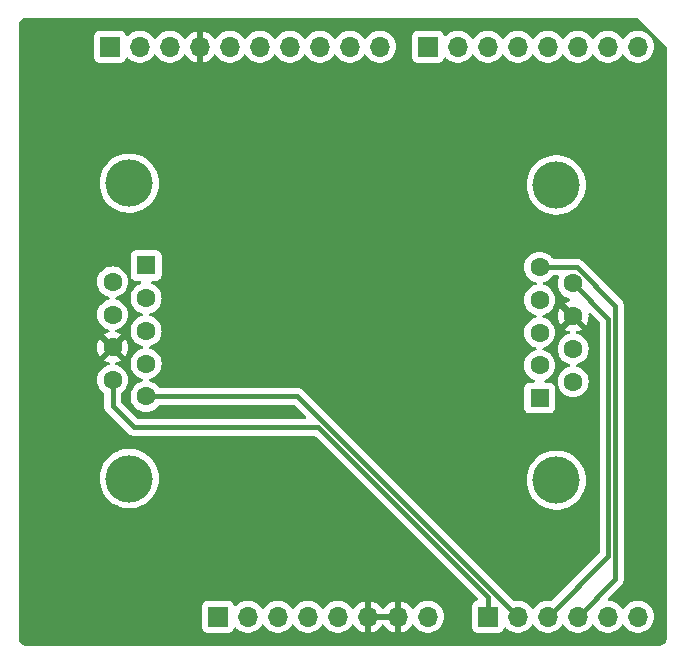
<source format=gbr>
%TF.GenerationSoftware,KiCad,Pcbnew,8.0.7*%
%TF.CreationDate,2025-04-27T16:12:27+01:00*%
%TF.ProjectId,ArduinoAtari,41726475-696e-46f4-9174-6172692e6b69,rev?*%
%TF.SameCoordinates,Original*%
%TF.FileFunction,Copper,L2,Bot*%
%TF.FilePolarity,Positive*%
%FSLAX46Y46*%
G04 Gerber Fmt 4.6, Leading zero omitted, Abs format (unit mm)*
G04 Created by KiCad (PCBNEW 8.0.7) date 2025-04-27 16:12:27*
%MOMM*%
%LPD*%
G01*
G04 APERTURE LIST*
%TA.AperFunction,ComponentPad*%
%ADD10R,1.700000X1.700000*%
%TD*%
%TA.AperFunction,ComponentPad*%
%ADD11O,1.700000X1.700000*%
%TD*%
%TA.AperFunction,ComponentPad*%
%ADD12C,4.000000*%
%TD*%
%TA.AperFunction,ComponentPad*%
%ADD13R,1.600000X1.600000*%
%TD*%
%TA.AperFunction,ComponentPad*%
%ADD14C,1.600000*%
%TD*%
%TA.AperFunction,ViaPad*%
%ADD15C,0.600000*%
%TD*%
%TA.AperFunction,Conductor*%
%ADD16C,0.400000*%
%TD*%
G04 APERTURE END LIST*
D10*
%TO.P,J1,1,Pin_1*%
%TO.N,unconnected-(J1-Pin_1-Pad1)*%
X127940000Y-97460000D03*
D11*
%TO.P,J1,2,Pin_2*%
%TO.N,/IOREF*%
X130480000Y-97460000D03*
%TO.P,J1,3,Pin_3*%
%TO.N,/~{RESET}*%
X133020000Y-97460000D03*
%TO.P,J1,4,Pin_4*%
%TO.N,+3V3*%
X135560000Y-97460000D03*
%TO.P,J1,5,Pin_5*%
%TO.N,+5V*%
X138100000Y-97460000D03*
%TO.P,J1,6,Pin_6*%
%TO.N,GND*%
X140640000Y-97460000D03*
%TO.P,J1,7,Pin_7*%
X143180000Y-97460000D03*
%TO.P,J1,8,Pin_8*%
%TO.N,VCC*%
X145720000Y-97460000D03*
%TD*%
D10*
%TO.P,J3,1,Pin_1*%
%TO.N,/A0*%
X150800000Y-97460000D03*
D11*
%TO.P,J3,2,Pin_2*%
%TO.N,/A1*%
X153340000Y-97460000D03*
%TO.P,J3,3,Pin_3*%
%TO.N,/A2*%
X155880000Y-97460000D03*
%TO.P,J3,4,Pin_4*%
%TO.N,/A3*%
X158420000Y-97460000D03*
%TO.P,J3,5,Pin_5*%
%TO.N,/SDA{slash}A4*%
X160960000Y-97460000D03*
%TO.P,J3,6,Pin_6*%
%TO.N,/SCL{slash}A5*%
X163500000Y-97460000D03*
%TD*%
D10*
%TO.P,J2,1,Pin_1*%
%TO.N,/SCL{slash}A5*%
X118796000Y-49200000D03*
D11*
%TO.P,J2,2,Pin_2*%
%TO.N,/SDA{slash}A4*%
X121336000Y-49200000D03*
%TO.P,J2,3,Pin_3*%
%TO.N,/AREF*%
X123876000Y-49200000D03*
%TO.P,J2,4,Pin_4*%
%TO.N,GND*%
X126416000Y-49200000D03*
%TO.P,J2,5,Pin_5*%
%TO.N,/13*%
X128956000Y-49200000D03*
%TO.P,J2,6,Pin_6*%
%TO.N,/12*%
X131496000Y-49200000D03*
%TO.P,J2,7,Pin_7*%
%TO.N,/\u002A11*%
X134036000Y-49200000D03*
%TO.P,J2,8,Pin_8*%
%TO.N,/\u002A10*%
X136576000Y-49200000D03*
%TO.P,J2,9,Pin_9*%
%TO.N,/\u002A9*%
X139116000Y-49200000D03*
%TO.P,J2,10,Pin_10*%
%TO.N,/8*%
X141656000Y-49200000D03*
%TD*%
D10*
%TO.P,J4,1,Pin_1*%
%TO.N,/7*%
X145720000Y-49200000D03*
D11*
%TO.P,J4,2,Pin_2*%
%TO.N,/\u002A6*%
X148260000Y-49200000D03*
%TO.P,J4,3,Pin_3*%
%TO.N,/\u002A5*%
X150800000Y-49200000D03*
%TO.P,J4,4,Pin_4*%
%TO.N,/4*%
X153340000Y-49200000D03*
%TO.P,J4,5,Pin_5*%
%TO.N,/\u002A3*%
X155880000Y-49200000D03*
%TO.P,J4,6,Pin_6*%
%TO.N,/2*%
X158420000Y-49200000D03*
%TO.P,J4,7,Pin_7*%
%TO.N,/TX{slash}1*%
X160960000Y-49200000D03*
%TO.P,J4,8,Pin_8*%
%TO.N,/RX{slash}0*%
X163500000Y-49200000D03*
%TD*%
D12*
%TO.P,J5,0*%
%TO.N,N/C*%
X120440000Y-60760000D03*
X120440000Y-85760000D03*
D13*
%TO.P,J5,1,1*%
%TO.N,/\u002A11*%
X121860000Y-67720000D03*
D14*
%TO.P,J5,2,2*%
%TO.N,/\u002A10*%
X121860000Y-70490000D03*
%TO.P,J5,3,3*%
%TO.N,/\u002A9*%
X121860000Y-73260000D03*
%TO.P,J5,4,4*%
%TO.N,/8*%
X121860000Y-76030000D03*
%TO.P,J5,5,5*%
%TO.N,/A1*%
X121860000Y-78800000D03*
%TO.P,J5,6,6*%
%TO.N,/12*%
X119020000Y-69105000D03*
%TO.P,J5,7,7*%
%TO.N,+5V*%
X119020000Y-71875000D03*
%TO.P,J5,8,8*%
%TO.N,GND*%
X119020000Y-74645000D03*
%TO.P,J5,9,9*%
%TO.N,/A0*%
X119020000Y-77415000D03*
%TD*%
D12*
%TO.P,J6,0*%
%TO.N,N/C*%
X156600000Y-85900000D03*
X156600000Y-60900000D03*
D13*
%TO.P,J6,1,1*%
%TO.N,/\u002A6*%
X155180000Y-78940000D03*
D14*
%TO.P,J6,2,2*%
%TO.N,/\u002A5*%
X155180000Y-76170000D03*
%TO.P,J6,3,3*%
%TO.N,/4*%
X155180000Y-73400000D03*
%TO.P,J6,4,4*%
%TO.N,/\u002A3*%
X155180000Y-70630000D03*
%TO.P,J6,5,5*%
%TO.N,/A3*%
X155180000Y-67860000D03*
%TO.P,J6,6,6*%
%TO.N,/2*%
X158020000Y-77555000D03*
%TO.P,J6,7,7*%
%TO.N,+5V*%
X158020000Y-74785000D03*
%TO.P,J6,8,8*%
%TO.N,GND*%
X158020000Y-72015000D03*
%TO.P,J6,9,9*%
%TO.N,/A2*%
X158020000Y-69245000D03*
%TD*%
D15*
%TO.N,GND*%
X123180000Y-90920000D03*
X140170000Y-94480000D03*
X135480000Y-94460000D03*
X159220000Y-64740000D03*
X155980000Y-94500000D03*
X144890000Y-94610000D03*
X123120000Y-94460000D03*
X130850000Y-76770000D03*
X144620000Y-65010000D03*
X153150000Y-90810000D03*
X145020000Y-53760000D03*
X164160000Y-83830000D03*
X159310000Y-83720000D03*
X135050000Y-72860000D03*
X159650000Y-52200000D03*
X143550000Y-90930000D03*
X163520000Y-93810000D03*
X124320000Y-59240000D03*
X138210000Y-85230000D03*
X135560000Y-90880000D03*
X143660000Y-81600000D03*
X163980000Y-52200000D03*
%TD*%
D16*
%TO.N,/A0*%
X150800000Y-95768528D02*
X150800000Y-97460000D01*
X119020000Y-79620000D02*
X120820000Y-81420000D01*
X136451472Y-81420000D02*
X150800000Y-95768528D01*
X119020000Y-77415000D02*
X119020000Y-79620000D01*
X120820000Y-81420000D02*
X136451472Y-81420000D01*
%TO.N,/A1*%
X153340000Y-97460000D02*
X134680000Y-78800000D01*
X134680000Y-78800000D02*
X121860000Y-78800000D01*
%TO.N,/A2*%
X160990000Y-92350000D02*
X160990000Y-72215000D01*
X155880000Y-97460000D02*
X160990000Y-92350000D01*
X160990000Y-72215000D02*
X158020000Y-69245000D01*
%TO.N,/A3*%
X161590000Y-71117943D02*
X158332057Y-67860000D01*
X158420000Y-97460000D02*
X161590000Y-94290000D01*
X161590000Y-94290000D02*
X161590000Y-71117943D01*
X158332057Y-67860000D02*
X155180000Y-67860000D01*
%TO.N,/\u002A6*%
X155180000Y-78910000D02*
X155180000Y-78667943D01*
%TD*%
%TA.AperFunction,Conductor*%
%TO.N,GND*%
G36*
X142714075Y-97267007D02*
G01*
X142680000Y-97394174D01*
X142680000Y-97525826D01*
X142714075Y-97652993D01*
X142746988Y-97710000D01*
X141073012Y-97710000D01*
X141105925Y-97652993D01*
X141140000Y-97525826D01*
X141140000Y-97394174D01*
X141105925Y-97267007D01*
X141073012Y-97210000D01*
X142746988Y-97210000D01*
X142714075Y-97267007D01*
G37*
%TD.AperFunction*%
%TA.AperFunction,Conductor*%
G36*
X163484404Y-46755185D02*
G01*
X163505046Y-46771819D01*
X165928181Y-49194954D01*
X165961666Y-49256277D01*
X165964500Y-49282635D01*
X165964500Y-99231907D01*
X165963903Y-99244062D01*
X165952505Y-99359778D01*
X165947763Y-99383618D01*
X165917832Y-99482290D01*
X165915789Y-99489024D01*
X165906486Y-99511482D01*
X165854561Y-99608627D01*
X165841056Y-99628839D01*
X165771176Y-99713988D01*
X165753988Y-99731176D01*
X165668839Y-99801056D01*
X165648627Y-99814561D01*
X165551482Y-99866486D01*
X165529028Y-99875787D01*
X165487028Y-99888528D01*
X165423618Y-99907763D01*
X165399778Y-99912505D01*
X165291162Y-99923203D01*
X165284060Y-99923903D01*
X165271907Y-99924500D01*
X111768093Y-99924500D01*
X111755939Y-99923903D01*
X111747995Y-99923120D01*
X111640221Y-99912505D01*
X111616381Y-99907763D01*
X111599445Y-99902625D01*
X111510968Y-99875786D01*
X111488517Y-99866486D01*
X111391372Y-99814561D01*
X111371160Y-99801056D01*
X111286011Y-99731176D01*
X111268823Y-99713988D01*
X111198943Y-99628839D01*
X111185438Y-99608627D01*
X111133510Y-99511476D01*
X111124215Y-99489037D01*
X111092234Y-99383612D01*
X111087494Y-99359777D01*
X111076097Y-99244061D01*
X111075500Y-99231907D01*
X111075500Y-96561345D01*
X126581500Y-96561345D01*
X126581500Y-98358654D01*
X126588011Y-98419202D01*
X126588011Y-98419204D01*
X126639111Y-98556204D01*
X126726739Y-98673261D01*
X126843796Y-98760889D01*
X126980799Y-98811989D01*
X127008050Y-98814918D01*
X127041345Y-98818499D01*
X127041362Y-98818500D01*
X128838638Y-98818500D01*
X128838654Y-98818499D01*
X128865692Y-98815591D01*
X128899201Y-98811989D01*
X129036204Y-98760889D01*
X129153261Y-98673261D01*
X129240889Y-98556204D01*
X129286138Y-98434887D01*
X129328009Y-98378956D01*
X129393474Y-98354539D01*
X129461746Y-98369391D01*
X129493545Y-98394236D01*
X129556760Y-98462906D01*
X129734424Y-98601189D01*
X129734425Y-98601189D01*
X129734427Y-98601191D01*
X129794314Y-98633600D01*
X129932426Y-98708342D01*
X130145365Y-98781444D01*
X130367431Y-98818500D01*
X130592569Y-98818500D01*
X130814635Y-98781444D01*
X131027574Y-98708342D01*
X131225576Y-98601189D01*
X131403240Y-98462906D01*
X131524594Y-98331082D01*
X131555715Y-98297276D01*
X131555715Y-98297275D01*
X131555722Y-98297268D01*
X131646193Y-98158790D01*
X131699338Y-98113437D01*
X131768569Y-98104013D01*
X131831905Y-98133515D01*
X131853804Y-98158787D01*
X131944278Y-98297268D01*
X131944283Y-98297273D01*
X131944284Y-98297276D01*
X132070968Y-98434889D01*
X132096760Y-98462906D01*
X132274424Y-98601189D01*
X132274425Y-98601189D01*
X132274427Y-98601191D01*
X132334314Y-98633600D01*
X132472426Y-98708342D01*
X132685365Y-98781444D01*
X132907431Y-98818500D01*
X133132569Y-98818500D01*
X133354635Y-98781444D01*
X133567574Y-98708342D01*
X133765576Y-98601189D01*
X133943240Y-98462906D01*
X134064594Y-98331082D01*
X134095715Y-98297276D01*
X134095715Y-98297275D01*
X134095722Y-98297268D01*
X134186193Y-98158790D01*
X134239338Y-98113437D01*
X134308569Y-98104013D01*
X134371905Y-98133515D01*
X134393804Y-98158787D01*
X134484278Y-98297268D01*
X134484283Y-98297273D01*
X134484284Y-98297276D01*
X134610968Y-98434889D01*
X134636760Y-98462906D01*
X134814424Y-98601189D01*
X134814425Y-98601189D01*
X134814427Y-98601191D01*
X134874314Y-98633600D01*
X135012426Y-98708342D01*
X135225365Y-98781444D01*
X135447431Y-98818500D01*
X135672569Y-98818500D01*
X135894635Y-98781444D01*
X136107574Y-98708342D01*
X136305576Y-98601189D01*
X136483240Y-98462906D01*
X136604594Y-98331082D01*
X136635715Y-98297276D01*
X136635715Y-98297275D01*
X136635722Y-98297268D01*
X136726193Y-98158790D01*
X136779338Y-98113437D01*
X136848569Y-98104013D01*
X136911905Y-98133515D01*
X136933804Y-98158787D01*
X137024278Y-98297268D01*
X137024283Y-98297273D01*
X137024284Y-98297276D01*
X137150968Y-98434889D01*
X137176760Y-98462906D01*
X137354424Y-98601189D01*
X137354425Y-98601189D01*
X137354427Y-98601191D01*
X137414314Y-98633600D01*
X137552426Y-98708342D01*
X137765365Y-98781444D01*
X137987431Y-98818500D01*
X138212569Y-98818500D01*
X138434635Y-98781444D01*
X138647574Y-98708342D01*
X138845576Y-98601189D01*
X139023240Y-98462906D01*
X139144594Y-98331082D01*
X139175715Y-98297276D01*
X139175715Y-98297275D01*
X139175722Y-98297268D01*
X139269749Y-98153347D01*
X139322894Y-98107994D01*
X139392125Y-98098570D01*
X139455461Y-98128072D01*
X139475130Y-98150048D01*
X139601890Y-98331078D01*
X139768917Y-98498105D01*
X139962421Y-98633600D01*
X140176507Y-98733429D01*
X140176516Y-98733433D01*
X140390000Y-98790634D01*
X140390000Y-97893012D01*
X140447007Y-97925925D01*
X140574174Y-97960000D01*
X140705826Y-97960000D01*
X140832993Y-97925925D01*
X140890000Y-97893012D01*
X140890000Y-98790633D01*
X141103483Y-98733433D01*
X141103492Y-98733429D01*
X141317578Y-98633600D01*
X141511082Y-98498105D01*
X141678105Y-98331082D01*
X141808425Y-98144968D01*
X141863002Y-98101344D01*
X141932501Y-98094151D01*
X141994855Y-98125673D01*
X142011575Y-98144968D01*
X142141894Y-98331082D01*
X142308917Y-98498105D01*
X142502421Y-98633600D01*
X142716507Y-98733429D01*
X142716516Y-98733433D01*
X142930000Y-98790634D01*
X142930000Y-97893012D01*
X142987007Y-97925925D01*
X143114174Y-97960000D01*
X143245826Y-97960000D01*
X143372993Y-97925925D01*
X143430000Y-97893012D01*
X143430000Y-98790633D01*
X143643483Y-98733433D01*
X143643492Y-98733429D01*
X143857578Y-98633600D01*
X144051082Y-98498105D01*
X144218105Y-98331082D01*
X144344868Y-98150048D01*
X144399445Y-98106423D01*
X144468944Y-98099231D01*
X144531298Y-98130753D01*
X144550251Y-98153350D01*
X144644276Y-98297265D01*
X144644284Y-98297276D01*
X144770968Y-98434889D01*
X144796760Y-98462906D01*
X144974424Y-98601189D01*
X144974425Y-98601189D01*
X144974427Y-98601191D01*
X145034314Y-98633600D01*
X145172426Y-98708342D01*
X145385365Y-98781444D01*
X145607431Y-98818500D01*
X145832569Y-98818500D01*
X146054635Y-98781444D01*
X146267574Y-98708342D01*
X146465576Y-98601189D01*
X146643240Y-98462906D01*
X146764594Y-98331082D01*
X146795715Y-98297276D01*
X146795717Y-98297273D01*
X146795722Y-98297268D01*
X146918860Y-98108791D01*
X147009296Y-97902616D01*
X147064564Y-97684368D01*
X147067164Y-97652993D01*
X147083156Y-97460005D01*
X147083156Y-97459994D01*
X147064565Y-97235640D01*
X147064563Y-97235628D01*
X147009296Y-97017385D01*
X146999071Y-96994075D01*
X146918860Y-96811209D01*
X146902706Y-96786484D01*
X146795723Y-96622734D01*
X146795715Y-96622723D01*
X146643243Y-96457097D01*
X146643238Y-96457092D01*
X146465577Y-96318812D01*
X146465572Y-96318808D01*
X146267580Y-96211661D01*
X146267577Y-96211659D01*
X146267574Y-96211658D01*
X146267571Y-96211657D01*
X146267569Y-96211656D01*
X146054637Y-96138556D01*
X145832569Y-96101500D01*
X145607431Y-96101500D01*
X145385362Y-96138556D01*
X145172430Y-96211656D01*
X145172419Y-96211661D01*
X144974427Y-96318808D01*
X144974422Y-96318812D01*
X144796761Y-96457092D01*
X144796756Y-96457097D01*
X144644284Y-96622723D01*
X144644276Y-96622734D01*
X144550251Y-96766650D01*
X144497105Y-96812007D01*
X144427873Y-96821430D01*
X144364538Y-96791928D01*
X144344868Y-96769951D01*
X144218113Y-96588926D01*
X144218108Y-96588920D01*
X144051082Y-96421894D01*
X143857578Y-96286399D01*
X143643492Y-96186570D01*
X143643486Y-96186567D01*
X143430000Y-96129364D01*
X143430000Y-97026988D01*
X143372993Y-96994075D01*
X143245826Y-96960000D01*
X143114174Y-96960000D01*
X142987007Y-96994075D01*
X142930000Y-97026988D01*
X142930000Y-96129364D01*
X142929999Y-96129364D01*
X142716513Y-96186567D01*
X142716507Y-96186570D01*
X142502422Y-96286399D01*
X142502420Y-96286400D01*
X142308926Y-96421886D01*
X142308920Y-96421891D01*
X142141891Y-96588920D01*
X142141890Y-96588922D01*
X142011575Y-96775031D01*
X141956998Y-96818655D01*
X141887499Y-96825848D01*
X141825145Y-96794326D01*
X141808425Y-96775031D01*
X141678109Y-96588922D01*
X141678108Y-96588920D01*
X141511082Y-96421894D01*
X141317578Y-96286399D01*
X141103492Y-96186570D01*
X141103486Y-96186567D01*
X140890000Y-96129364D01*
X140890000Y-97026988D01*
X140832993Y-96994075D01*
X140705826Y-96960000D01*
X140574174Y-96960000D01*
X140447007Y-96994075D01*
X140390000Y-97026988D01*
X140390000Y-96129364D01*
X140389999Y-96129364D01*
X140176513Y-96186567D01*
X140176507Y-96186570D01*
X139962422Y-96286399D01*
X139962420Y-96286400D01*
X139768926Y-96421886D01*
X139768920Y-96421891D01*
X139601891Y-96588920D01*
X139601890Y-96588922D01*
X139475131Y-96769952D01*
X139420554Y-96813577D01*
X139351055Y-96820769D01*
X139288701Y-96789247D01*
X139269752Y-96766656D01*
X139175722Y-96622732D01*
X139175715Y-96622725D01*
X139175715Y-96622723D01*
X139023243Y-96457097D01*
X139023238Y-96457092D01*
X138845577Y-96318812D01*
X138845572Y-96318808D01*
X138647580Y-96211661D01*
X138647577Y-96211659D01*
X138647574Y-96211658D01*
X138647571Y-96211657D01*
X138647569Y-96211656D01*
X138434637Y-96138556D01*
X138212569Y-96101500D01*
X137987431Y-96101500D01*
X137765362Y-96138556D01*
X137552430Y-96211656D01*
X137552419Y-96211661D01*
X137354427Y-96318808D01*
X137354422Y-96318812D01*
X137176761Y-96457092D01*
X137176756Y-96457097D01*
X137024284Y-96622723D01*
X137024276Y-96622734D01*
X136933808Y-96761206D01*
X136880662Y-96806562D01*
X136811431Y-96815986D01*
X136748095Y-96786484D01*
X136726192Y-96761206D01*
X136635723Y-96622734D01*
X136635715Y-96622723D01*
X136483243Y-96457097D01*
X136483238Y-96457092D01*
X136305577Y-96318812D01*
X136305572Y-96318808D01*
X136107580Y-96211661D01*
X136107577Y-96211659D01*
X136107574Y-96211658D01*
X136107571Y-96211657D01*
X136107569Y-96211656D01*
X135894637Y-96138556D01*
X135672569Y-96101500D01*
X135447431Y-96101500D01*
X135225362Y-96138556D01*
X135012430Y-96211656D01*
X135012419Y-96211661D01*
X134814427Y-96318808D01*
X134814422Y-96318812D01*
X134636761Y-96457092D01*
X134636756Y-96457097D01*
X134484284Y-96622723D01*
X134484276Y-96622734D01*
X134393808Y-96761206D01*
X134340662Y-96806562D01*
X134271431Y-96815986D01*
X134208095Y-96786484D01*
X134186192Y-96761206D01*
X134095723Y-96622734D01*
X134095715Y-96622723D01*
X133943243Y-96457097D01*
X133943238Y-96457092D01*
X133765577Y-96318812D01*
X133765572Y-96318808D01*
X133567580Y-96211661D01*
X133567577Y-96211659D01*
X133567574Y-96211658D01*
X133567571Y-96211657D01*
X133567569Y-96211656D01*
X133354637Y-96138556D01*
X133132569Y-96101500D01*
X132907431Y-96101500D01*
X132685362Y-96138556D01*
X132472430Y-96211656D01*
X132472419Y-96211661D01*
X132274427Y-96318808D01*
X132274422Y-96318812D01*
X132096761Y-96457092D01*
X132096756Y-96457097D01*
X131944284Y-96622723D01*
X131944276Y-96622734D01*
X131853808Y-96761206D01*
X131800662Y-96806562D01*
X131731431Y-96815986D01*
X131668095Y-96786484D01*
X131646192Y-96761206D01*
X131555723Y-96622734D01*
X131555715Y-96622723D01*
X131403243Y-96457097D01*
X131403238Y-96457092D01*
X131225577Y-96318812D01*
X131225572Y-96318808D01*
X131027580Y-96211661D01*
X131027577Y-96211659D01*
X131027574Y-96211658D01*
X131027571Y-96211657D01*
X131027569Y-96211656D01*
X130814637Y-96138556D01*
X130592569Y-96101500D01*
X130367431Y-96101500D01*
X130145362Y-96138556D01*
X129932430Y-96211656D01*
X129932419Y-96211661D01*
X129734427Y-96318808D01*
X129734422Y-96318812D01*
X129556761Y-96457092D01*
X129493548Y-96525760D01*
X129433661Y-96561750D01*
X129363823Y-96559649D01*
X129306207Y-96520124D01*
X129286138Y-96485110D01*
X129240889Y-96363796D01*
X129207214Y-96318812D01*
X129153261Y-96246739D01*
X129036204Y-96159111D01*
X128899203Y-96108011D01*
X128838654Y-96101500D01*
X128838638Y-96101500D01*
X127041362Y-96101500D01*
X127041345Y-96101500D01*
X126980797Y-96108011D01*
X126980795Y-96108011D01*
X126843795Y-96159111D01*
X126726739Y-96246739D01*
X126639111Y-96363795D01*
X126588011Y-96500795D01*
X126588011Y-96500797D01*
X126581500Y-96561345D01*
X111075500Y-96561345D01*
X111075500Y-85759994D01*
X117926540Y-85759994D01*
X117926540Y-85760005D01*
X117946357Y-86075012D01*
X117946359Y-86075020D01*
X118005505Y-86385072D01*
X118005507Y-86385077D01*
X118103044Y-86685267D01*
X118103046Y-86685272D01*
X118237436Y-86970865D01*
X118237442Y-86970876D01*
X118406561Y-87237365D01*
X118406563Y-87237368D01*
X118406568Y-87237375D01*
X118607767Y-87480582D01*
X118607772Y-87480588D01*
X118837858Y-87696652D01*
X118837868Y-87696660D01*
X119093209Y-87882176D01*
X119093214Y-87882178D01*
X119093221Y-87882184D01*
X119369821Y-88034247D01*
X119369826Y-88034249D01*
X119369828Y-88034250D01*
X119369829Y-88034251D01*
X119663294Y-88150442D01*
X119663297Y-88150443D01*
X119756024Y-88174251D01*
X119969025Y-88228940D01*
X120034717Y-88237238D01*
X120282167Y-88268499D01*
X120282176Y-88268499D01*
X120282179Y-88268500D01*
X120282181Y-88268500D01*
X120597819Y-88268500D01*
X120597821Y-88268500D01*
X120597824Y-88268499D01*
X120597832Y-88268499D01*
X120784692Y-88244892D01*
X120910975Y-88228940D01*
X121216702Y-88150443D01*
X121216705Y-88150442D01*
X121510170Y-88034251D01*
X121510171Y-88034250D01*
X121510169Y-88034250D01*
X121510179Y-88034247D01*
X121786779Y-87882184D01*
X122042140Y-87696654D01*
X122272233Y-87480582D01*
X122473432Y-87237375D01*
X122642562Y-86970869D01*
X122776956Y-86685266D01*
X122874495Y-86385072D01*
X122933641Y-86075020D01*
X122944653Y-85900000D01*
X122953460Y-85760005D01*
X122953460Y-85759994D01*
X122933642Y-85444987D01*
X122933641Y-85444980D01*
X122874495Y-85134928D01*
X122776956Y-84834734D01*
X122642562Y-84549131D01*
X122642557Y-84549123D01*
X122473438Y-84282634D01*
X122473436Y-84282632D01*
X122473432Y-84282625D01*
X122272233Y-84039418D01*
X122272232Y-84039417D01*
X122272227Y-84039411D01*
X122042141Y-83823347D01*
X122042131Y-83823339D01*
X121786790Y-83637823D01*
X121786783Y-83637818D01*
X121786779Y-83637816D01*
X121510179Y-83485753D01*
X121510176Y-83485751D01*
X121510171Y-83485749D01*
X121510170Y-83485748D01*
X121216705Y-83369557D01*
X121216702Y-83369556D01*
X120910978Y-83291060D01*
X120910965Y-83291058D01*
X120597832Y-83251500D01*
X120597821Y-83251500D01*
X120282179Y-83251500D01*
X120282167Y-83251500D01*
X119969034Y-83291058D01*
X119969021Y-83291060D01*
X119663297Y-83369556D01*
X119663294Y-83369557D01*
X119369829Y-83485748D01*
X119369828Y-83485749D01*
X119093221Y-83637816D01*
X119093209Y-83637823D01*
X118837868Y-83823339D01*
X118837858Y-83823347D01*
X118607772Y-84039411D01*
X118406561Y-84282634D01*
X118237442Y-84549123D01*
X118237436Y-84549134D01*
X118103046Y-84834727D01*
X118103044Y-84834732D01*
X118057557Y-84974727D01*
X118005505Y-85134928D01*
X117972220Y-85309409D01*
X117946357Y-85444987D01*
X117926540Y-85759994D01*
X111075500Y-85759994D01*
X111075500Y-69104998D01*
X117706502Y-69104998D01*
X117706502Y-69105001D01*
X117726456Y-69333081D01*
X117726457Y-69333089D01*
X117785714Y-69554238D01*
X117785718Y-69554249D01*
X117851001Y-69694249D01*
X117882477Y-69761749D01*
X118013802Y-69949300D01*
X118175700Y-70111198D01*
X118363251Y-70242523D01*
X118488091Y-70300736D01*
X118570750Y-70339281D01*
X118570752Y-70339281D01*
X118570757Y-70339284D01*
X118570764Y-70339286D01*
X118686230Y-70370225D01*
X118745890Y-70406590D01*
X118776419Y-70469437D01*
X118768124Y-70538813D01*
X118723639Y-70592691D01*
X118686230Y-70609775D01*
X118570761Y-70640714D01*
X118570750Y-70640718D01*
X118363254Y-70737475D01*
X118363252Y-70737476D01*
X118363251Y-70737477D01*
X118175700Y-70868802D01*
X118175698Y-70868803D01*
X118175695Y-70868806D01*
X118013806Y-71030695D01*
X118013803Y-71030698D01*
X118013802Y-71030700D01*
X117979812Y-71079243D01*
X117882476Y-71218252D01*
X117882475Y-71218254D01*
X117785718Y-71425750D01*
X117785714Y-71425761D01*
X117726457Y-71646910D01*
X117726456Y-71646918D01*
X117706502Y-71874998D01*
X117706502Y-71875001D01*
X117726456Y-72103081D01*
X117726457Y-72103089D01*
X117785714Y-72324238D01*
X117785718Y-72324249D01*
X117871622Y-72508471D01*
X117882477Y-72531749D01*
X118013802Y-72719300D01*
X118175700Y-72881198D01*
X118363251Y-73012523D01*
X118488091Y-73070736D01*
X118570750Y-73109281D01*
X118570752Y-73109281D01*
X118570757Y-73109284D01*
X118702649Y-73144624D01*
X118762309Y-73180989D01*
X118792838Y-73243836D01*
X118784543Y-73313211D01*
X118740058Y-73367089D01*
X118702649Y-73384174D01*
X118573680Y-73418731D01*
X118573673Y-73418734D01*
X118367516Y-73514866D01*
X118367512Y-73514868D01*
X118294526Y-73565973D01*
X118294526Y-73565974D01*
X118890590Y-74162037D01*
X118827007Y-74179075D01*
X118712993Y-74244901D01*
X118619901Y-74337993D01*
X118554075Y-74452007D01*
X118537037Y-74515590D01*
X117940974Y-73919526D01*
X117940973Y-73919526D01*
X117889868Y-73992512D01*
X117889866Y-73992516D01*
X117793734Y-74198673D01*
X117793730Y-74198682D01*
X117734860Y-74418389D01*
X117734858Y-74418400D01*
X117715034Y-74644997D01*
X117715034Y-74645002D01*
X117734858Y-74871599D01*
X117734860Y-74871610D01*
X117793730Y-75091317D01*
X117793735Y-75091331D01*
X117889863Y-75297478D01*
X117940974Y-75370472D01*
X118537037Y-74774409D01*
X118554075Y-74837993D01*
X118619901Y-74952007D01*
X118712993Y-75045099D01*
X118827007Y-75110925D01*
X118890590Y-75127962D01*
X118294526Y-75724025D01*
X118367513Y-75775132D01*
X118367521Y-75775136D01*
X118573668Y-75871264D01*
X118573682Y-75871269D01*
X118702648Y-75905825D01*
X118762309Y-75942190D01*
X118792838Y-76005037D01*
X118784543Y-76074412D01*
X118740058Y-76128290D01*
X118702649Y-76145375D01*
X118570762Y-76180714D01*
X118570750Y-76180718D01*
X118363254Y-76277475D01*
X118363252Y-76277476D01*
X118301504Y-76320713D01*
X118175700Y-76408802D01*
X118175698Y-76408803D01*
X118175695Y-76408806D01*
X118013806Y-76570695D01*
X118013803Y-76570698D01*
X118013802Y-76570700D01*
X117979812Y-76619243D01*
X117882476Y-76758252D01*
X117882475Y-76758254D01*
X117785718Y-76965750D01*
X117785714Y-76965761D01*
X117726457Y-77186910D01*
X117726456Y-77186918D01*
X117706502Y-77414998D01*
X117706502Y-77415001D01*
X117726456Y-77643081D01*
X117726457Y-77643089D01*
X117785714Y-77864238D01*
X117785718Y-77864249D01*
X117851001Y-78004249D01*
X117882477Y-78071749D01*
X118013802Y-78259300D01*
X118175700Y-78421198D01*
X118258623Y-78479261D01*
X118302248Y-78533837D01*
X118311500Y-78580836D01*
X118311500Y-79689785D01*
X118335113Y-79808497D01*
X118338726Y-79826657D01*
X118338728Y-79826665D01*
X118392135Y-79955601D01*
X118392136Y-79955604D01*
X118469671Y-80071642D01*
X118469674Y-80071646D01*
X120368349Y-81970320D01*
X120368352Y-81970322D01*
X120368357Y-81970327D01*
X120417925Y-82003448D01*
X120484394Y-82047863D01*
X120484399Y-82047865D01*
X120537804Y-82069985D01*
X120537806Y-82069986D01*
X120537807Y-82069986D01*
X120613338Y-82101273D01*
X120750214Y-82128499D01*
X120750218Y-82128500D01*
X120750219Y-82128500D01*
X136106639Y-82128500D01*
X136173678Y-82148185D01*
X136194320Y-82164819D01*
X149925444Y-95895942D01*
X149958929Y-95957265D01*
X149953945Y-96026957D01*
X149912073Y-96082890D01*
X149851019Y-96106912D01*
X149840797Y-96108011D01*
X149840795Y-96108011D01*
X149703795Y-96159111D01*
X149586739Y-96246739D01*
X149499111Y-96363795D01*
X149448011Y-96500795D01*
X149448011Y-96500797D01*
X149441500Y-96561345D01*
X149441500Y-98358654D01*
X149448011Y-98419202D01*
X149448011Y-98419204D01*
X149499111Y-98556204D01*
X149586739Y-98673261D01*
X149703796Y-98760889D01*
X149840799Y-98811989D01*
X149868050Y-98814918D01*
X149901345Y-98818499D01*
X149901362Y-98818500D01*
X151698638Y-98818500D01*
X151698654Y-98818499D01*
X151725692Y-98815591D01*
X151759201Y-98811989D01*
X151896204Y-98760889D01*
X152013261Y-98673261D01*
X152100889Y-98556204D01*
X152146138Y-98434887D01*
X152188009Y-98378956D01*
X152253474Y-98354539D01*
X152321746Y-98369391D01*
X152353545Y-98394236D01*
X152416760Y-98462906D01*
X152594424Y-98601189D01*
X152594425Y-98601189D01*
X152594427Y-98601191D01*
X152654314Y-98633600D01*
X152792426Y-98708342D01*
X153005365Y-98781444D01*
X153227431Y-98818500D01*
X153452569Y-98818500D01*
X153674635Y-98781444D01*
X153887574Y-98708342D01*
X154085576Y-98601189D01*
X154263240Y-98462906D01*
X154384594Y-98331082D01*
X154415715Y-98297276D01*
X154415715Y-98297275D01*
X154415722Y-98297268D01*
X154506193Y-98158790D01*
X154559338Y-98113437D01*
X154628569Y-98104013D01*
X154691905Y-98133515D01*
X154713804Y-98158787D01*
X154804278Y-98297268D01*
X154804283Y-98297273D01*
X154804284Y-98297276D01*
X154930968Y-98434889D01*
X154956760Y-98462906D01*
X155134424Y-98601189D01*
X155134425Y-98601189D01*
X155134427Y-98601191D01*
X155194314Y-98633600D01*
X155332426Y-98708342D01*
X155545365Y-98781444D01*
X155767431Y-98818500D01*
X155992569Y-98818500D01*
X156214635Y-98781444D01*
X156427574Y-98708342D01*
X156625576Y-98601189D01*
X156803240Y-98462906D01*
X156924594Y-98331082D01*
X156955715Y-98297276D01*
X156955715Y-98297275D01*
X156955722Y-98297268D01*
X157046193Y-98158790D01*
X157099338Y-98113437D01*
X157168569Y-98104013D01*
X157231905Y-98133515D01*
X157253804Y-98158787D01*
X157344278Y-98297268D01*
X157344283Y-98297273D01*
X157344284Y-98297276D01*
X157470968Y-98434889D01*
X157496760Y-98462906D01*
X157674424Y-98601189D01*
X157674425Y-98601189D01*
X157674427Y-98601191D01*
X157734314Y-98633600D01*
X157872426Y-98708342D01*
X158085365Y-98781444D01*
X158307431Y-98818500D01*
X158532569Y-98818500D01*
X158754635Y-98781444D01*
X158967574Y-98708342D01*
X159165576Y-98601189D01*
X159343240Y-98462906D01*
X159464594Y-98331082D01*
X159495715Y-98297276D01*
X159495715Y-98297275D01*
X159495722Y-98297268D01*
X159586193Y-98158790D01*
X159639338Y-98113437D01*
X159708569Y-98104013D01*
X159771905Y-98133515D01*
X159793804Y-98158787D01*
X159884278Y-98297268D01*
X159884283Y-98297273D01*
X159884284Y-98297276D01*
X160010968Y-98434889D01*
X160036760Y-98462906D01*
X160214424Y-98601189D01*
X160214425Y-98601189D01*
X160214427Y-98601191D01*
X160274314Y-98633600D01*
X160412426Y-98708342D01*
X160625365Y-98781444D01*
X160847431Y-98818500D01*
X161072569Y-98818500D01*
X161294635Y-98781444D01*
X161507574Y-98708342D01*
X161705576Y-98601189D01*
X161883240Y-98462906D01*
X162004594Y-98331082D01*
X162035715Y-98297276D01*
X162035715Y-98297275D01*
X162035722Y-98297268D01*
X162126193Y-98158790D01*
X162179338Y-98113437D01*
X162248569Y-98104013D01*
X162311905Y-98133515D01*
X162333804Y-98158787D01*
X162424278Y-98297268D01*
X162424283Y-98297273D01*
X162424284Y-98297276D01*
X162550968Y-98434889D01*
X162576760Y-98462906D01*
X162754424Y-98601189D01*
X162754425Y-98601189D01*
X162754427Y-98601191D01*
X162814314Y-98633600D01*
X162952426Y-98708342D01*
X163165365Y-98781444D01*
X163387431Y-98818500D01*
X163612569Y-98818500D01*
X163834635Y-98781444D01*
X164047574Y-98708342D01*
X164245576Y-98601189D01*
X164423240Y-98462906D01*
X164544594Y-98331082D01*
X164575715Y-98297276D01*
X164575717Y-98297273D01*
X164575722Y-98297268D01*
X164698860Y-98108791D01*
X164789296Y-97902616D01*
X164844564Y-97684368D01*
X164847164Y-97652993D01*
X164863156Y-97460005D01*
X164863156Y-97459994D01*
X164844565Y-97235640D01*
X164844563Y-97235628D01*
X164789296Y-97017385D01*
X164779071Y-96994075D01*
X164698860Y-96811209D01*
X164682706Y-96786484D01*
X164575723Y-96622734D01*
X164575715Y-96622723D01*
X164423243Y-96457097D01*
X164423238Y-96457092D01*
X164245577Y-96318812D01*
X164245572Y-96318808D01*
X164047580Y-96211661D01*
X164047577Y-96211659D01*
X164047574Y-96211658D01*
X164047571Y-96211657D01*
X164047569Y-96211656D01*
X163834637Y-96138556D01*
X163612569Y-96101500D01*
X163387431Y-96101500D01*
X163165362Y-96138556D01*
X162952430Y-96211656D01*
X162952419Y-96211661D01*
X162754427Y-96318808D01*
X162754422Y-96318812D01*
X162576761Y-96457092D01*
X162576756Y-96457097D01*
X162424284Y-96622723D01*
X162424276Y-96622734D01*
X162333808Y-96761206D01*
X162280662Y-96806562D01*
X162211431Y-96815986D01*
X162148095Y-96786484D01*
X162126192Y-96761206D01*
X162035723Y-96622734D01*
X162035715Y-96622723D01*
X161883243Y-96457097D01*
X161883238Y-96457092D01*
X161705577Y-96318812D01*
X161705572Y-96318808D01*
X161507580Y-96211661D01*
X161507577Y-96211659D01*
X161507574Y-96211658D01*
X161507571Y-96211657D01*
X161507569Y-96211656D01*
X161294637Y-96138556D01*
X161072564Y-96101499D01*
X161069425Y-96101239D01*
X161068221Y-96100774D01*
X161067511Y-96100656D01*
X161067535Y-96100509D01*
X161004241Y-96076083D01*
X160963005Y-96019680D01*
X160958809Y-95949936D01*
X160991988Y-95889982D01*
X162140325Y-94741646D01*
X162140325Y-94741645D01*
X162140328Y-94741643D01*
X162217865Y-94625601D01*
X162271273Y-94496661D01*
X162298500Y-94359782D01*
X162298500Y-94220218D01*
X162298500Y-71048162D01*
X162271273Y-70911281D01*
X162249239Y-70858087D01*
X162217865Y-70782342D01*
X162217863Y-70782340D01*
X162217863Y-70782338D01*
X162140328Y-70666300D01*
X162140325Y-70666296D01*
X158783703Y-67309674D01*
X158783695Y-67309668D01*
X158667660Y-67232136D01*
X158667656Y-67232134D01*
X158640953Y-67221073D01*
X158576484Y-67194369D01*
X158576483Y-67194368D01*
X158538721Y-67178727D01*
X158538715Y-67178725D01*
X158470278Y-67165113D01*
X158401842Y-67151500D01*
X158401839Y-67151500D01*
X158401838Y-67151500D01*
X156345836Y-67151500D01*
X156278797Y-67131815D01*
X156244261Y-67098623D01*
X156186198Y-67015700D01*
X156024300Y-66853802D01*
X155836749Y-66722477D01*
X155836745Y-66722475D01*
X155629249Y-66625718D01*
X155629238Y-66625714D01*
X155408089Y-66566457D01*
X155408081Y-66566456D01*
X155180002Y-66546502D01*
X155179998Y-66546502D01*
X154951918Y-66566456D01*
X154951910Y-66566457D01*
X154730761Y-66625714D01*
X154730750Y-66625718D01*
X154523254Y-66722475D01*
X154523252Y-66722476D01*
X154523251Y-66722477D01*
X154335700Y-66853802D01*
X154335698Y-66853803D01*
X154335695Y-66853806D01*
X154173806Y-67015695D01*
X154042476Y-67203252D01*
X154042475Y-67203254D01*
X153945718Y-67410750D01*
X153945714Y-67410761D01*
X153886457Y-67631910D01*
X153886456Y-67631918D01*
X153866502Y-67859998D01*
X153866502Y-67860001D01*
X153886456Y-68088081D01*
X153886457Y-68088089D01*
X153945714Y-68309238D01*
X153945718Y-68309249D01*
X154010537Y-68448254D01*
X154042477Y-68516749D01*
X154173802Y-68704300D01*
X154335700Y-68866198D01*
X154523251Y-68997523D01*
X154575717Y-69021988D01*
X154730750Y-69094281D01*
X154730752Y-69094281D01*
X154730757Y-69094284D01*
X154770749Y-69105000D01*
X154846230Y-69125225D01*
X154905890Y-69161590D01*
X154936419Y-69224437D01*
X154928124Y-69293813D01*
X154883639Y-69347691D01*
X154846230Y-69364775D01*
X154730761Y-69395714D01*
X154730750Y-69395718D01*
X154523254Y-69492475D01*
X154523252Y-69492476D01*
X154523251Y-69492477D01*
X154335700Y-69623802D01*
X154335698Y-69623803D01*
X154335695Y-69623806D01*
X154173806Y-69785695D01*
X154173803Y-69785698D01*
X154173802Y-69785700D01*
X154092546Y-69901745D01*
X154042476Y-69973252D01*
X154042475Y-69973254D01*
X153945718Y-70180750D01*
X153945714Y-70180761D01*
X153886457Y-70401910D01*
X153886456Y-70401918D01*
X153866502Y-70629998D01*
X153866502Y-70630001D01*
X153886456Y-70858081D01*
X153886457Y-70858089D01*
X153945714Y-71079238D01*
X153945718Y-71079249D01*
X154010537Y-71218254D01*
X154042477Y-71286749D01*
X154173802Y-71474300D01*
X154335700Y-71636198D01*
X154523251Y-71767523D01*
X154600400Y-71803498D01*
X154730750Y-71864281D01*
X154730752Y-71864281D01*
X154730757Y-71864284D01*
X154770749Y-71875000D01*
X154846230Y-71895225D01*
X154905890Y-71931590D01*
X154936419Y-71994437D01*
X154928124Y-72063813D01*
X154883639Y-72117691D01*
X154846230Y-72134775D01*
X154730761Y-72165714D01*
X154730750Y-72165718D01*
X154523254Y-72262475D01*
X154523252Y-72262476D01*
X154523251Y-72262477D01*
X154335700Y-72393802D01*
X154335698Y-72393803D01*
X154335695Y-72393806D01*
X154173806Y-72555695D01*
X154173803Y-72555698D01*
X154173802Y-72555700D01*
X154095534Y-72667478D01*
X154042476Y-72743252D01*
X154042475Y-72743254D01*
X153945718Y-72950750D01*
X153945714Y-72950761D01*
X153886457Y-73171910D01*
X153886456Y-73171918D01*
X153866502Y-73399998D01*
X153866502Y-73400001D01*
X153886456Y-73628081D01*
X153886457Y-73628089D01*
X153945714Y-73849238D01*
X153945718Y-73849249D01*
X154012523Y-73992512D01*
X154042477Y-74056749D01*
X154173802Y-74244300D01*
X154335700Y-74406198D01*
X154523251Y-74537523D01*
X154648091Y-74595736D01*
X154730750Y-74634281D01*
X154730752Y-74634281D01*
X154730757Y-74634284D01*
X154770749Y-74645000D01*
X154846230Y-74665225D01*
X154905890Y-74701590D01*
X154936419Y-74764437D01*
X154928124Y-74833813D01*
X154883639Y-74887691D01*
X154846230Y-74904775D01*
X154730761Y-74935714D01*
X154730750Y-74935718D01*
X154523254Y-75032475D01*
X154523252Y-75032476D01*
X154523251Y-75032477D01*
X154335700Y-75163802D01*
X154335698Y-75163803D01*
X154335695Y-75163806D01*
X154173806Y-75325695D01*
X154173803Y-75325698D01*
X154173802Y-75325700D01*
X154092546Y-75441745D01*
X154042476Y-75513252D01*
X154042475Y-75513254D01*
X153945718Y-75720750D01*
X153945714Y-75720761D01*
X153886457Y-75941910D01*
X153886456Y-75941918D01*
X153866502Y-76169998D01*
X153866502Y-76170001D01*
X153886456Y-76398081D01*
X153886457Y-76398089D01*
X153945714Y-76619238D01*
X153945718Y-76619249D01*
X154010537Y-76758254D01*
X154042477Y-76826749D01*
X154173802Y-77014300D01*
X154335700Y-77176198D01*
X154523251Y-77307523D01*
X154649059Y-77366188D01*
X154711100Y-77395118D01*
X154763540Y-77441290D01*
X154782692Y-77508483D01*
X154762476Y-77575365D01*
X154709311Y-77620699D01*
X154658696Y-77631500D01*
X154331345Y-77631500D01*
X154270797Y-77638011D01*
X154270795Y-77638011D01*
X154133795Y-77689111D01*
X154016739Y-77776739D01*
X153929111Y-77893795D01*
X153878011Y-78030795D01*
X153878011Y-78030797D01*
X153871500Y-78091345D01*
X153871500Y-79788654D01*
X153878011Y-79849202D01*
X153878011Y-79849204D01*
X153929111Y-79986204D01*
X154016739Y-80103261D01*
X154133796Y-80190889D01*
X154270799Y-80241989D01*
X154298050Y-80244918D01*
X154331345Y-80248499D01*
X154331362Y-80248500D01*
X156028638Y-80248500D01*
X156028654Y-80248499D01*
X156055692Y-80245591D01*
X156089201Y-80241989D01*
X156226204Y-80190889D01*
X156343261Y-80103261D01*
X156430889Y-79986204D01*
X156481989Y-79849201D01*
X156486613Y-79806193D01*
X156488499Y-79788654D01*
X156488500Y-79788637D01*
X156488500Y-78091362D01*
X156488499Y-78091345D01*
X156482830Y-78038623D01*
X156481989Y-78030799D01*
X156472086Y-78004249D01*
X156453976Y-77955695D01*
X156430889Y-77893796D01*
X156343261Y-77776739D01*
X156226204Y-77689111D01*
X156089203Y-77638011D01*
X156028654Y-77631500D01*
X156028638Y-77631500D01*
X155701304Y-77631500D01*
X155634265Y-77611815D01*
X155588510Y-77559011D01*
X155578566Y-77489853D01*
X155607591Y-77426297D01*
X155648900Y-77395118D01*
X155676544Y-77382227D01*
X155836749Y-77307523D01*
X156024300Y-77176198D01*
X156186198Y-77014300D01*
X156317523Y-76826749D01*
X156414284Y-76619243D01*
X156473543Y-76398087D01*
X156492560Y-76180718D01*
X156493498Y-76170001D01*
X156493498Y-76169998D01*
X156486201Y-76086590D01*
X156473543Y-75941913D01*
X156414284Y-75720757D01*
X156317523Y-75513251D01*
X156186198Y-75325700D01*
X156024300Y-75163802D01*
X155836749Y-75032477D01*
X155818154Y-75023806D01*
X155629249Y-74935718D01*
X155629235Y-74935713D01*
X155513770Y-74904775D01*
X155454109Y-74868410D01*
X155423580Y-74805563D01*
X155431875Y-74736188D01*
X155476360Y-74682310D01*
X155513770Y-74665225D01*
X155589243Y-74645002D01*
X155629243Y-74634284D01*
X155836749Y-74537523D01*
X156024300Y-74406198D01*
X156186198Y-74244300D01*
X156317523Y-74056749D01*
X156414284Y-73849243D01*
X156473543Y-73628087D01*
X156493498Y-73400000D01*
X156492113Y-73384174D01*
X156482634Y-73275825D01*
X156473543Y-73171913D01*
X156414284Y-72950757D01*
X156317523Y-72743251D01*
X156186198Y-72555700D01*
X156024300Y-72393802D01*
X155836749Y-72262477D01*
X155818154Y-72253806D01*
X155629249Y-72165718D01*
X155629235Y-72165713D01*
X155513770Y-72134775D01*
X155454109Y-72098410D01*
X155423580Y-72035563D01*
X155431875Y-71966188D01*
X155476360Y-71912310D01*
X155513770Y-71895225D01*
X155629243Y-71864284D01*
X155836749Y-71767523D01*
X156024300Y-71636198D01*
X156186198Y-71474300D01*
X156317523Y-71286749D01*
X156414284Y-71079243D01*
X156473543Y-70858087D01*
X156492560Y-70640718D01*
X156493498Y-70630001D01*
X156493498Y-70629998D01*
X156485520Y-70538813D01*
X156473543Y-70401913D01*
X156414284Y-70180757D01*
X156317523Y-69973251D01*
X156186198Y-69785700D01*
X156024300Y-69623802D01*
X155836749Y-69492477D01*
X155818154Y-69483806D01*
X155629249Y-69395718D01*
X155629235Y-69395713D01*
X155513770Y-69364775D01*
X155454109Y-69328410D01*
X155423580Y-69265563D01*
X155431875Y-69196188D01*
X155476360Y-69142310D01*
X155513770Y-69125225D01*
X155629243Y-69094284D01*
X155836749Y-68997523D01*
X156024300Y-68866198D01*
X156186198Y-68704300D01*
X156244261Y-68621376D01*
X156298837Y-68577752D01*
X156345836Y-68568500D01*
X156697047Y-68568500D01*
X156764086Y-68588185D01*
X156809841Y-68640989D01*
X156819785Y-68710147D01*
X156809429Y-68744905D01*
X156785717Y-68795755D01*
X156785714Y-68795761D01*
X156726457Y-69016910D01*
X156726456Y-69016918D01*
X156706502Y-69244998D01*
X156706502Y-69245001D01*
X156726456Y-69473081D01*
X156726457Y-69473089D01*
X156785714Y-69694238D01*
X156785718Y-69694249D01*
X156850537Y-69833254D01*
X156882477Y-69901749D01*
X157013802Y-70089300D01*
X157175700Y-70251198D01*
X157363251Y-70382523D01*
X157440400Y-70418498D01*
X157570750Y-70479281D01*
X157570752Y-70479281D01*
X157570757Y-70479284D01*
X157702649Y-70514624D01*
X157762309Y-70550989D01*
X157792838Y-70613836D01*
X157784543Y-70683211D01*
X157740058Y-70737089D01*
X157702649Y-70754174D01*
X157573680Y-70788731D01*
X157573673Y-70788734D01*
X157367516Y-70884866D01*
X157367512Y-70884868D01*
X157294526Y-70935973D01*
X157294526Y-70935974D01*
X157890590Y-71532037D01*
X157827007Y-71549075D01*
X157712993Y-71614901D01*
X157619901Y-71707993D01*
X157554075Y-71822007D01*
X157537037Y-71885590D01*
X156940974Y-71289526D01*
X156940973Y-71289526D01*
X156889868Y-71362512D01*
X156889866Y-71362516D01*
X156793734Y-71568673D01*
X156793730Y-71568682D01*
X156734860Y-71788389D01*
X156734858Y-71788400D01*
X156715034Y-72014997D01*
X156715034Y-72015002D01*
X156734858Y-72241599D01*
X156734860Y-72241610D01*
X156793730Y-72461317D01*
X156793735Y-72461331D01*
X156889863Y-72667478D01*
X156940974Y-72740472D01*
X157537037Y-72144409D01*
X157554075Y-72207993D01*
X157619901Y-72322007D01*
X157712993Y-72415099D01*
X157827007Y-72480925D01*
X157890590Y-72497962D01*
X157294526Y-73094025D01*
X157367513Y-73145132D01*
X157367521Y-73145136D01*
X157573668Y-73241264D01*
X157573682Y-73241269D01*
X157702648Y-73275825D01*
X157762309Y-73312190D01*
X157792838Y-73375037D01*
X157784543Y-73444412D01*
X157740058Y-73498290D01*
X157702649Y-73515375D01*
X157570762Y-73550714D01*
X157570750Y-73550718D01*
X157363254Y-73647475D01*
X157363252Y-73647476D01*
X157363251Y-73647477D01*
X157175700Y-73778802D01*
X157175698Y-73778803D01*
X157175695Y-73778806D01*
X157013806Y-73940695D01*
X157013803Y-73940698D01*
X157013802Y-73940700D01*
X156932546Y-74056745D01*
X156882476Y-74128252D01*
X156882475Y-74128254D01*
X156785718Y-74335750D01*
X156785714Y-74335761D01*
X156726457Y-74556910D01*
X156726456Y-74556918D01*
X156706502Y-74784998D01*
X156706502Y-74785001D01*
X156726456Y-75013081D01*
X156726457Y-75013089D01*
X156785714Y-75234238D01*
X156785718Y-75234249D01*
X156850537Y-75373254D01*
X156882477Y-75441749D01*
X157013802Y-75629300D01*
X157175700Y-75791198D01*
X157363251Y-75922523D01*
X157479621Y-75976787D01*
X157570750Y-76019281D01*
X157570752Y-76019281D01*
X157570757Y-76019284D01*
X157610749Y-76030000D01*
X157686230Y-76050225D01*
X157745890Y-76086590D01*
X157776419Y-76149437D01*
X157768124Y-76218813D01*
X157723639Y-76272691D01*
X157686230Y-76289775D01*
X157570761Y-76320714D01*
X157570750Y-76320718D01*
X157363254Y-76417475D01*
X157363252Y-76417476D01*
X157363251Y-76417477D01*
X157175700Y-76548802D01*
X157175698Y-76548803D01*
X157175695Y-76548806D01*
X157013806Y-76710695D01*
X157013803Y-76710698D01*
X157013802Y-76710700D01*
X156932546Y-76826745D01*
X156882476Y-76898252D01*
X156882475Y-76898254D01*
X156785718Y-77105750D01*
X156785714Y-77105761D01*
X156726457Y-77326910D01*
X156726456Y-77326918D01*
X156706502Y-77554998D01*
X156706502Y-77555001D01*
X156726456Y-77783081D01*
X156726457Y-77783089D01*
X156785714Y-78004238D01*
X156785718Y-78004249D01*
X156850537Y-78143254D01*
X156882477Y-78211749D01*
X157013802Y-78399300D01*
X157175700Y-78561198D01*
X157363251Y-78692523D01*
X157488091Y-78750736D01*
X157570750Y-78789281D01*
X157570752Y-78789281D01*
X157570757Y-78789284D01*
X157791913Y-78848543D01*
X157954832Y-78862796D01*
X158019998Y-78868498D01*
X158020000Y-78868498D01*
X158020002Y-78868498D01*
X158077021Y-78863509D01*
X158248087Y-78848543D01*
X158469243Y-78789284D01*
X158676749Y-78692523D01*
X158864300Y-78561198D01*
X159026198Y-78399300D01*
X159157523Y-78211749D01*
X159254284Y-78004243D01*
X159313543Y-77783087D01*
X159332560Y-77565718D01*
X159333498Y-77555001D01*
X159333498Y-77554998D01*
X159325520Y-77463813D01*
X159313543Y-77326913D01*
X159254284Y-77105757D01*
X159157523Y-76898251D01*
X159026198Y-76710700D01*
X158864300Y-76548802D01*
X158676749Y-76417477D01*
X158658154Y-76408806D01*
X158469249Y-76320718D01*
X158469235Y-76320713D01*
X158353770Y-76289775D01*
X158294109Y-76253410D01*
X158263580Y-76190563D01*
X158271875Y-76121188D01*
X158316360Y-76067310D01*
X158353770Y-76050225D01*
X158469243Y-76019284D01*
X158676749Y-75922523D01*
X158864300Y-75791198D01*
X159026198Y-75629300D01*
X159157523Y-75441749D01*
X159254284Y-75234243D01*
X159313543Y-75013087D01*
X159332560Y-74795718D01*
X159333498Y-74785001D01*
X159333498Y-74784998D01*
X159325520Y-74693813D01*
X159313543Y-74556913D01*
X159254284Y-74335757D01*
X159157523Y-74128251D01*
X159026198Y-73940700D01*
X158864300Y-73778802D01*
X158676749Y-73647477D01*
X158676745Y-73647475D01*
X158469249Y-73550718D01*
X158469237Y-73550714D01*
X158337350Y-73515375D01*
X158277690Y-73479010D01*
X158247161Y-73416163D01*
X158255456Y-73346787D01*
X158299941Y-73292909D01*
X158337351Y-73275825D01*
X158466317Y-73241269D01*
X158466331Y-73241264D01*
X158672478Y-73145136D01*
X158745471Y-73094024D01*
X158149409Y-72497962D01*
X158212993Y-72480925D01*
X158327007Y-72415099D01*
X158420099Y-72322007D01*
X158485925Y-72207993D01*
X158502962Y-72144408D01*
X159099024Y-72740471D01*
X159150136Y-72667478D01*
X159246264Y-72461331D01*
X159246269Y-72461317D01*
X159305139Y-72241610D01*
X159305141Y-72241599D01*
X159324966Y-72015002D01*
X159324966Y-72014997D01*
X159310262Y-71846930D01*
X159324029Y-71778430D01*
X159372644Y-71728247D01*
X159440673Y-71712314D01*
X159506516Y-71735689D01*
X159521471Y-71748442D01*
X160245181Y-72472152D01*
X160278666Y-72533475D01*
X160281500Y-72559833D01*
X160281500Y-92005166D01*
X160261815Y-92072205D01*
X160245181Y-92092847D01*
X156246774Y-96091253D01*
X156185451Y-96124738D01*
X156138684Y-96125881D01*
X155992569Y-96101500D01*
X155767431Y-96101500D01*
X155545362Y-96138556D01*
X155332430Y-96211656D01*
X155332419Y-96211661D01*
X155134427Y-96318808D01*
X155134422Y-96318812D01*
X154956761Y-96457092D01*
X154956756Y-96457097D01*
X154804284Y-96622723D01*
X154804276Y-96622734D01*
X154713808Y-96761206D01*
X154660662Y-96806562D01*
X154591431Y-96815986D01*
X154528095Y-96786484D01*
X154506192Y-96761206D01*
X154415723Y-96622734D01*
X154415715Y-96622723D01*
X154263243Y-96457097D01*
X154263238Y-96457092D01*
X154085577Y-96318812D01*
X154085572Y-96318808D01*
X153887580Y-96211661D01*
X153887577Y-96211659D01*
X153887574Y-96211658D01*
X153887571Y-96211657D01*
X153887569Y-96211656D01*
X153674637Y-96138556D01*
X153452569Y-96101500D01*
X153227431Y-96101500D01*
X153227430Y-96101500D01*
X153081313Y-96125881D01*
X153011948Y-96117499D01*
X152973224Y-96091253D01*
X142781966Y-85899994D01*
X154086540Y-85899994D01*
X154086540Y-85900005D01*
X154106357Y-86215012D01*
X154106359Y-86215020D01*
X154165505Y-86525072D01*
X154165507Y-86525077D01*
X154263044Y-86825267D01*
X154263046Y-86825272D01*
X154397436Y-87110865D01*
X154397442Y-87110876D01*
X154566561Y-87377365D01*
X154566563Y-87377368D01*
X154566568Y-87377375D01*
X154651949Y-87480582D01*
X154767772Y-87620588D01*
X154997858Y-87836652D01*
X154997868Y-87836660D01*
X155253209Y-88022176D01*
X155253214Y-88022178D01*
X155253221Y-88022184D01*
X155529821Y-88174247D01*
X155529826Y-88174249D01*
X155529828Y-88174250D01*
X155529829Y-88174251D01*
X155823294Y-88290442D01*
X155823297Y-88290443D01*
X156129021Y-88368939D01*
X156129025Y-88368940D01*
X156194717Y-88377238D01*
X156442167Y-88408499D01*
X156442176Y-88408499D01*
X156442179Y-88408500D01*
X156442181Y-88408500D01*
X156757819Y-88408500D01*
X156757821Y-88408500D01*
X156757824Y-88408499D01*
X156757832Y-88408499D01*
X156944692Y-88384892D01*
X157070975Y-88368940D01*
X157376702Y-88290443D01*
X157432124Y-88268500D01*
X157670170Y-88174251D01*
X157670171Y-88174250D01*
X157670169Y-88174250D01*
X157670179Y-88174247D01*
X157946779Y-88022184D01*
X158202140Y-87836654D01*
X158432233Y-87620582D01*
X158633432Y-87377375D01*
X158802562Y-87110869D01*
X158936956Y-86825266D01*
X159034495Y-86525072D01*
X159093641Y-86215020D01*
X159102450Y-86075012D01*
X159113460Y-85900005D01*
X159113460Y-85899994D01*
X159093642Y-85584987D01*
X159093641Y-85584980D01*
X159034495Y-85274928D01*
X158936956Y-84974734D01*
X158802562Y-84689131D01*
X158633432Y-84422625D01*
X158432233Y-84179418D01*
X158432232Y-84179417D01*
X158432227Y-84179411D01*
X158202141Y-83963347D01*
X158202131Y-83963339D01*
X157946790Y-83777823D01*
X157946783Y-83777818D01*
X157946779Y-83777816D01*
X157670179Y-83625753D01*
X157670176Y-83625751D01*
X157670171Y-83625749D01*
X157670170Y-83625748D01*
X157376705Y-83509557D01*
X157376702Y-83509556D01*
X157070978Y-83431060D01*
X157070965Y-83431058D01*
X156757832Y-83391500D01*
X156757821Y-83391500D01*
X156442179Y-83391500D01*
X156442167Y-83391500D01*
X156129034Y-83431058D01*
X156129021Y-83431060D01*
X155823297Y-83509556D01*
X155823294Y-83509557D01*
X155529829Y-83625748D01*
X155529828Y-83625749D01*
X155253221Y-83777816D01*
X155253209Y-83777823D01*
X154997868Y-83963339D01*
X154997858Y-83963347D01*
X154767772Y-84179411D01*
X154566561Y-84422634D01*
X154397442Y-84689123D01*
X154397436Y-84689134D01*
X154263046Y-84974727D01*
X154263044Y-84974732D01*
X154210994Y-85134928D01*
X154165505Y-85274928D01*
X154133066Y-85444980D01*
X154106357Y-85584987D01*
X154086540Y-85899994D01*
X142781966Y-85899994D01*
X135131646Y-78249674D01*
X135131638Y-78249668D01*
X135015603Y-78172136D01*
X135015599Y-78172134D01*
X134988896Y-78161073D01*
X134924427Y-78134369D01*
X134924426Y-78134368D01*
X134886664Y-78118727D01*
X134886658Y-78118725D01*
X134818221Y-78105113D01*
X134749785Y-78091500D01*
X134749782Y-78091500D01*
X134749781Y-78091500D01*
X123025836Y-78091500D01*
X122958797Y-78071815D01*
X122924261Y-78038623D01*
X122900188Y-78004243D01*
X122866198Y-77955700D01*
X122704300Y-77793802D01*
X122516749Y-77662477D01*
X122516745Y-77662475D01*
X122309249Y-77565718D01*
X122309235Y-77565713D01*
X122193770Y-77534775D01*
X122134109Y-77498410D01*
X122103580Y-77435563D01*
X122111875Y-77366188D01*
X122156360Y-77312310D01*
X122193770Y-77295225D01*
X122309243Y-77264284D01*
X122516749Y-77167523D01*
X122704300Y-77036198D01*
X122866198Y-76874300D01*
X122997523Y-76686749D01*
X123094284Y-76479243D01*
X123153543Y-76258087D01*
X123173498Y-76030000D01*
X123172560Y-76019284D01*
X123153543Y-75801918D01*
X123153543Y-75801913D01*
X123094284Y-75580757D01*
X122997523Y-75373251D01*
X122866198Y-75185700D01*
X122704300Y-75023802D01*
X122516749Y-74892477D01*
X122516745Y-74892475D01*
X122309249Y-74795718D01*
X122309235Y-74795713D01*
X122193770Y-74764775D01*
X122134109Y-74728410D01*
X122103580Y-74665563D01*
X122111875Y-74596188D01*
X122156360Y-74542310D01*
X122193770Y-74525225D01*
X122309243Y-74494284D01*
X122516749Y-74397523D01*
X122704300Y-74266198D01*
X122866198Y-74104300D01*
X122997523Y-73916749D01*
X123094284Y-73709243D01*
X123153543Y-73488087D01*
X123171314Y-73284962D01*
X123173498Y-73260001D01*
X123173498Y-73259998D01*
X123165791Y-73171910D01*
X123153543Y-73031913D01*
X123094284Y-72810757D01*
X122997523Y-72603251D01*
X122866198Y-72415700D01*
X122704300Y-72253802D01*
X122516749Y-72122477D01*
X122516745Y-72122475D01*
X122309249Y-72025718D01*
X122309235Y-72025713D01*
X122193770Y-71994775D01*
X122134109Y-71958410D01*
X122103580Y-71895563D01*
X122111875Y-71826188D01*
X122156360Y-71772310D01*
X122193770Y-71755225D01*
X122309243Y-71724284D01*
X122516749Y-71627523D01*
X122704300Y-71496198D01*
X122866198Y-71334300D01*
X122997523Y-71146749D01*
X123094284Y-70939243D01*
X123153543Y-70718087D01*
X123173498Y-70490000D01*
X123172560Y-70479284D01*
X123165791Y-70401910D01*
X123153543Y-70261913D01*
X123094284Y-70040757D01*
X122997523Y-69833251D01*
X122866198Y-69645700D01*
X122704300Y-69483802D01*
X122516749Y-69352477D01*
X122516745Y-69352475D01*
X122328900Y-69264882D01*
X122276460Y-69218710D01*
X122257308Y-69151517D01*
X122277524Y-69084635D01*
X122330689Y-69039301D01*
X122381304Y-69028500D01*
X122708638Y-69028500D01*
X122708654Y-69028499D01*
X122735692Y-69025591D01*
X122769201Y-69021989D01*
X122906204Y-68970889D01*
X123023261Y-68883261D01*
X123110889Y-68766204D01*
X123161989Y-68629201D01*
X123165591Y-68595692D01*
X123168499Y-68568654D01*
X123168500Y-68568637D01*
X123168500Y-66871362D01*
X123168499Y-66871345D01*
X123165157Y-66840270D01*
X123161989Y-66810799D01*
X123110889Y-66673796D01*
X123023261Y-66556739D01*
X122906204Y-66469111D01*
X122769203Y-66418011D01*
X122708654Y-66411500D01*
X122708638Y-66411500D01*
X121011362Y-66411500D01*
X121011345Y-66411500D01*
X120950797Y-66418011D01*
X120950795Y-66418011D01*
X120813795Y-66469111D01*
X120696739Y-66556739D01*
X120609111Y-66673795D01*
X120558011Y-66810795D01*
X120558011Y-66810797D01*
X120551500Y-66871345D01*
X120551500Y-68568654D01*
X120558011Y-68629202D01*
X120558011Y-68629204D01*
X120601167Y-68744905D01*
X120609111Y-68766204D01*
X120696739Y-68883261D01*
X120813796Y-68970889D01*
X120950799Y-69021989D01*
X120978050Y-69024918D01*
X121011345Y-69028499D01*
X121011362Y-69028500D01*
X121338696Y-69028500D01*
X121405735Y-69048185D01*
X121451490Y-69100989D01*
X121461434Y-69170147D01*
X121432409Y-69233703D01*
X121391100Y-69264882D01*
X121203254Y-69352475D01*
X121203252Y-69352476D01*
X121141504Y-69395713D01*
X121015700Y-69483802D01*
X121015698Y-69483803D01*
X121015695Y-69483806D01*
X120853806Y-69645695D01*
X120853803Y-69645698D01*
X120853802Y-69645700D01*
X120819812Y-69694243D01*
X120722476Y-69833252D01*
X120722475Y-69833254D01*
X120625718Y-70040750D01*
X120625714Y-70040761D01*
X120566457Y-70261910D01*
X120566456Y-70261918D01*
X120546502Y-70489998D01*
X120546502Y-70490001D01*
X120566456Y-70718081D01*
X120566457Y-70718089D01*
X120625714Y-70939238D01*
X120625718Y-70939249D01*
X120691001Y-71079249D01*
X120722477Y-71146749D01*
X120853802Y-71334300D01*
X121015700Y-71496198D01*
X121203251Y-71627523D01*
X121328091Y-71685736D01*
X121410750Y-71724281D01*
X121410752Y-71724281D01*
X121410757Y-71724284D01*
X121500915Y-71748442D01*
X121526230Y-71755225D01*
X121585890Y-71791590D01*
X121616419Y-71854437D01*
X121608124Y-71923813D01*
X121563639Y-71977691D01*
X121526230Y-71994775D01*
X121410761Y-72025714D01*
X121410750Y-72025718D01*
X121203254Y-72122475D01*
X121203252Y-72122476D01*
X121141504Y-72165713D01*
X121015700Y-72253802D01*
X121015698Y-72253803D01*
X121015695Y-72253806D01*
X120853806Y-72415695D01*
X120722476Y-72603252D01*
X120722475Y-72603254D01*
X120625718Y-72810750D01*
X120625714Y-72810761D01*
X120566457Y-73031910D01*
X120566456Y-73031918D01*
X120546502Y-73259998D01*
X120546502Y-73260001D01*
X120566456Y-73488081D01*
X120566457Y-73488089D01*
X120625714Y-73709238D01*
X120625718Y-73709249D01*
X120691001Y-73849249D01*
X120722477Y-73916749D01*
X120853802Y-74104300D01*
X121015700Y-74266198D01*
X121203251Y-74397523D01*
X121320093Y-74452007D01*
X121410750Y-74494281D01*
X121410752Y-74494281D01*
X121410757Y-74494284D01*
X121410764Y-74494286D01*
X121526230Y-74525225D01*
X121585890Y-74561590D01*
X121616419Y-74624437D01*
X121608124Y-74693813D01*
X121563639Y-74747691D01*
X121526230Y-74764775D01*
X121410761Y-74795714D01*
X121410750Y-74795718D01*
X121203254Y-74892475D01*
X121203252Y-74892476D01*
X121141504Y-74935713D01*
X121015700Y-75023802D01*
X121015698Y-75023803D01*
X121015695Y-75023806D01*
X120853806Y-75185695D01*
X120853803Y-75185698D01*
X120853802Y-75185700D01*
X120819812Y-75234243D01*
X120722476Y-75373252D01*
X120722475Y-75373254D01*
X120625718Y-75580750D01*
X120625714Y-75580761D01*
X120566457Y-75801910D01*
X120566456Y-75801918D01*
X120546502Y-76029998D01*
X120546502Y-76030001D01*
X120566456Y-76258081D01*
X120566457Y-76258089D01*
X120625714Y-76479238D01*
X120625718Y-76479249D01*
X120691001Y-76619249D01*
X120722477Y-76686749D01*
X120853802Y-76874300D01*
X121015700Y-77036198D01*
X121203251Y-77167523D01*
X121328091Y-77225736D01*
X121410750Y-77264281D01*
X121410752Y-77264281D01*
X121410757Y-77264284D01*
X121410764Y-77264286D01*
X121526230Y-77295225D01*
X121585890Y-77331590D01*
X121616419Y-77394437D01*
X121608124Y-77463813D01*
X121563639Y-77517691D01*
X121526230Y-77534775D01*
X121410761Y-77565714D01*
X121410750Y-77565718D01*
X121203254Y-77662475D01*
X121203252Y-77662476D01*
X121203251Y-77662477D01*
X121015700Y-77793802D01*
X121015698Y-77793803D01*
X121015695Y-77793806D01*
X120853806Y-77955695D01*
X120853803Y-77955698D01*
X120853802Y-77955700D01*
X120801217Y-78030799D01*
X120722476Y-78143252D01*
X120722475Y-78143254D01*
X120625718Y-78350750D01*
X120625714Y-78350761D01*
X120566457Y-78571910D01*
X120566456Y-78571918D01*
X120546502Y-78799998D01*
X120546502Y-78800001D01*
X120566456Y-79028081D01*
X120566457Y-79028089D01*
X120625714Y-79249238D01*
X120625718Y-79249249D01*
X120722475Y-79456745D01*
X120722477Y-79456749D01*
X120853802Y-79644300D01*
X121015700Y-79806198D01*
X121203251Y-79937523D01*
X121328091Y-79995736D01*
X121410750Y-80034281D01*
X121410752Y-80034281D01*
X121410757Y-80034284D01*
X121631913Y-80093543D01*
X121794832Y-80107796D01*
X121859998Y-80113498D01*
X121860000Y-80113498D01*
X121860002Y-80113498D01*
X121917021Y-80108509D01*
X122088087Y-80093543D01*
X122309243Y-80034284D01*
X122516749Y-79937523D01*
X122704300Y-79806198D01*
X122866198Y-79644300D01*
X122924261Y-79561376D01*
X122978837Y-79517752D01*
X123025836Y-79508500D01*
X134335167Y-79508500D01*
X134402206Y-79528185D01*
X134422848Y-79544819D01*
X135377848Y-80499819D01*
X135411333Y-80561142D01*
X135406349Y-80630834D01*
X135364477Y-80686767D01*
X135299013Y-80711184D01*
X135290167Y-80711500D01*
X121164832Y-80711500D01*
X121097793Y-80691815D01*
X121077151Y-80675181D01*
X119764819Y-79362848D01*
X119731334Y-79301525D01*
X119728500Y-79275167D01*
X119728500Y-78580836D01*
X119748185Y-78513797D01*
X119781377Y-78479261D01*
X119864300Y-78421198D01*
X120026198Y-78259300D01*
X120157523Y-78071749D01*
X120254284Y-77864243D01*
X120313543Y-77643087D01*
X120333498Y-77415000D01*
X120332560Y-77404284D01*
X120325791Y-77326910D01*
X120313543Y-77186913D01*
X120254284Y-76965757D01*
X120157523Y-76758251D01*
X120026198Y-76570700D01*
X119864300Y-76408802D01*
X119676749Y-76277477D01*
X119676745Y-76277475D01*
X119469249Y-76180718D01*
X119469237Y-76180714D01*
X119337350Y-76145375D01*
X119277690Y-76109010D01*
X119247161Y-76046163D01*
X119255456Y-75976787D01*
X119299941Y-75922909D01*
X119337351Y-75905825D01*
X119466317Y-75871269D01*
X119466331Y-75871264D01*
X119672478Y-75775136D01*
X119745471Y-75724024D01*
X119149409Y-75127962D01*
X119212993Y-75110925D01*
X119327007Y-75045099D01*
X119420099Y-74952007D01*
X119485925Y-74837993D01*
X119502962Y-74774409D01*
X120099024Y-75370471D01*
X120150136Y-75297478D01*
X120246264Y-75091331D01*
X120246269Y-75091317D01*
X120305139Y-74871610D01*
X120305141Y-74871599D01*
X120324966Y-74645002D01*
X120324966Y-74644997D01*
X120305141Y-74418400D01*
X120305139Y-74418389D01*
X120246269Y-74198682D01*
X120246264Y-74198668D01*
X120150136Y-73992521D01*
X120150132Y-73992513D01*
X120099025Y-73919526D01*
X119502962Y-74515589D01*
X119485925Y-74452007D01*
X119420099Y-74337993D01*
X119327007Y-74244901D01*
X119212993Y-74179075D01*
X119149408Y-74162037D01*
X119745472Y-73565974D01*
X119672478Y-73514863D01*
X119466331Y-73418735D01*
X119466320Y-73418731D01*
X119337350Y-73384174D01*
X119277690Y-73347809D01*
X119247161Y-73284962D01*
X119255456Y-73215586D01*
X119299941Y-73161708D01*
X119337347Y-73144625D01*
X119469243Y-73109284D01*
X119676749Y-73012523D01*
X119864300Y-72881198D01*
X120026198Y-72719300D01*
X120157523Y-72531749D01*
X120254284Y-72324243D01*
X120313543Y-72103087D01*
X120333498Y-71875000D01*
X120332560Y-71864284D01*
X120325921Y-71788400D01*
X120313543Y-71646913D01*
X120254284Y-71425757D01*
X120157523Y-71218251D01*
X120026198Y-71030700D01*
X119864300Y-70868802D01*
X119676749Y-70737477D01*
X119675917Y-70737089D01*
X119469249Y-70640718D01*
X119469235Y-70640713D01*
X119353770Y-70609775D01*
X119294109Y-70573410D01*
X119263580Y-70510563D01*
X119271875Y-70441188D01*
X119316360Y-70387310D01*
X119353770Y-70370225D01*
X119469243Y-70339284D01*
X119676749Y-70242523D01*
X119864300Y-70111198D01*
X120026198Y-69949300D01*
X120157523Y-69761749D01*
X120254284Y-69554243D01*
X120313543Y-69333087D01*
X120333498Y-69105000D01*
X120332560Y-69094284D01*
X120313543Y-68876918D01*
X120313543Y-68876913D01*
X120254284Y-68655757D01*
X120238252Y-68621377D01*
X120157524Y-68448254D01*
X120157523Y-68448252D01*
X120157523Y-68448251D01*
X120026198Y-68260700D01*
X119864300Y-68098802D01*
X119676749Y-67967477D01*
X119676745Y-67967475D01*
X119469249Y-67870718D01*
X119469238Y-67870714D01*
X119248089Y-67811457D01*
X119248081Y-67811456D01*
X119020002Y-67791502D01*
X119019998Y-67791502D01*
X118791918Y-67811456D01*
X118791910Y-67811457D01*
X118570761Y-67870714D01*
X118570750Y-67870718D01*
X118363254Y-67967475D01*
X118363252Y-67967476D01*
X118363251Y-67967477D01*
X118175700Y-68098802D01*
X118175698Y-68098803D01*
X118175695Y-68098806D01*
X118013806Y-68260695D01*
X118013803Y-68260698D01*
X118013802Y-68260700D01*
X117979812Y-68309243D01*
X117882476Y-68448252D01*
X117882475Y-68448254D01*
X117785718Y-68655750D01*
X117785714Y-68655761D01*
X117726457Y-68876910D01*
X117726456Y-68876918D01*
X117706502Y-69104998D01*
X111075500Y-69104998D01*
X111075500Y-60759994D01*
X117926540Y-60759994D01*
X117926540Y-60760005D01*
X117946357Y-61075012D01*
X117946359Y-61075020D01*
X118005505Y-61385072D01*
X118005507Y-61385077D01*
X118103044Y-61685267D01*
X118103046Y-61685272D01*
X118237436Y-61970865D01*
X118237442Y-61970876D01*
X118406561Y-62237365D01*
X118406563Y-62237368D01*
X118406568Y-62237375D01*
X118607767Y-62480582D01*
X118607772Y-62480588D01*
X118837858Y-62696652D01*
X118837868Y-62696660D01*
X119093209Y-62882176D01*
X119093214Y-62882178D01*
X119093221Y-62882184D01*
X119369821Y-63034247D01*
X119369826Y-63034249D01*
X119369828Y-63034250D01*
X119369829Y-63034251D01*
X119663294Y-63150442D01*
X119663297Y-63150443D01*
X119756024Y-63174251D01*
X119969025Y-63228940D01*
X120034717Y-63237238D01*
X120282167Y-63268499D01*
X120282176Y-63268499D01*
X120282179Y-63268500D01*
X120282181Y-63268500D01*
X120597819Y-63268500D01*
X120597821Y-63268500D01*
X120597824Y-63268499D01*
X120597832Y-63268499D01*
X120784692Y-63244892D01*
X120910975Y-63228940D01*
X121216702Y-63150443D01*
X121216705Y-63150442D01*
X121510170Y-63034251D01*
X121510171Y-63034250D01*
X121510169Y-63034250D01*
X121510179Y-63034247D01*
X121786779Y-62882184D01*
X122042140Y-62696654D01*
X122272233Y-62480582D01*
X122473432Y-62237375D01*
X122642562Y-61970869D01*
X122776956Y-61685266D01*
X122874495Y-61385072D01*
X122933641Y-61075020D01*
X122944653Y-60900000D01*
X122944653Y-60899994D01*
X154086540Y-60899994D01*
X154086540Y-60900005D01*
X154106357Y-61215012D01*
X154106359Y-61215020D01*
X154165505Y-61525072D01*
X154165507Y-61525077D01*
X154263044Y-61825267D01*
X154263046Y-61825272D01*
X154397436Y-62110865D01*
X154397442Y-62110876D01*
X154566561Y-62377365D01*
X154566563Y-62377368D01*
X154566568Y-62377375D01*
X154651949Y-62480582D01*
X154767772Y-62620588D01*
X154997858Y-62836652D01*
X154997868Y-62836660D01*
X155253209Y-63022176D01*
X155253214Y-63022178D01*
X155253221Y-63022184D01*
X155529821Y-63174247D01*
X155529826Y-63174249D01*
X155529828Y-63174250D01*
X155529829Y-63174251D01*
X155823294Y-63290442D01*
X155823297Y-63290443D01*
X156129021Y-63368939D01*
X156129025Y-63368940D01*
X156194717Y-63377238D01*
X156442167Y-63408499D01*
X156442176Y-63408499D01*
X156442179Y-63408500D01*
X156442181Y-63408500D01*
X156757819Y-63408500D01*
X156757821Y-63408500D01*
X156757824Y-63408499D01*
X156757832Y-63408499D01*
X156944692Y-63384892D01*
X157070975Y-63368940D01*
X157376702Y-63290443D01*
X157432124Y-63268500D01*
X157670170Y-63174251D01*
X157670171Y-63174250D01*
X157670169Y-63174250D01*
X157670179Y-63174247D01*
X157946779Y-63022184D01*
X158202140Y-62836654D01*
X158432233Y-62620582D01*
X158633432Y-62377375D01*
X158802562Y-62110869D01*
X158936956Y-61825266D01*
X159034495Y-61525072D01*
X159093641Y-61215020D01*
X159102450Y-61075012D01*
X159113460Y-60900005D01*
X159113460Y-60899994D01*
X159093642Y-60584987D01*
X159093641Y-60584980D01*
X159034495Y-60274928D01*
X158936956Y-59974734D01*
X158802562Y-59689131D01*
X158633432Y-59422625D01*
X158432233Y-59179418D01*
X158432232Y-59179417D01*
X158432227Y-59179411D01*
X158202141Y-58963347D01*
X158202131Y-58963339D01*
X157946790Y-58777823D01*
X157946783Y-58777818D01*
X157946779Y-58777816D01*
X157670179Y-58625753D01*
X157670176Y-58625751D01*
X157670171Y-58625749D01*
X157670170Y-58625748D01*
X157376705Y-58509557D01*
X157376702Y-58509556D01*
X157070978Y-58431060D01*
X157070965Y-58431058D01*
X156757832Y-58391500D01*
X156757821Y-58391500D01*
X156442179Y-58391500D01*
X156442167Y-58391500D01*
X156129034Y-58431058D01*
X156129021Y-58431060D01*
X155823297Y-58509556D01*
X155823294Y-58509557D01*
X155529829Y-58625748D01*
X155529828Y-58625749D01*
X155253221Y-58777816D01*
X155253209Y-58777823D01*
X154997868Y-58963339D01*
X154997858Y-58963347D01*
X154767772Y-59179411D01*
X154566561Y-59422634D01*
X154397442Y-59689123D01*
X154397436Y-59689134D01*
X154263046Y-59974727D01*
X154263044Y-59974732D01*
X154210994Y-60134928D01*
X154165505Y-60274928D01*
X154133066Y-60444980D01*
X154106357Y-60584987D01*
X154086540Y-60899994D01*
X122944653Y-60899994D01*
X122953460Y-60760005D01*
X122953460Y-60759994D01*
X122933642Y-60444987D01*
X122933641Y-60444980D01*
X122874495Y-60134928D01*
X122776956Y-59834734D01*
X122642562Y-59549131D01*
X122642557Y-59549123D01*
X122473438Y-59282634D01*
X122473436Y-59282632D01*
X122473432Y-59282625D01*
X122272233Y-59039418D01*
X122272232Y-59039417D01*
X122272227Y-59039411D01*
X122042141Y-58823347D01*
X122042131Y-58823339D01*
X121786790Y-58637823D01*
X121786783Y-58637818D01*
X121786779Y-58637816D01*
X121510179Y-58485753D01*
X121510176Y-58485751D01*
X121510171Y-58485749D01*
X121510170Y-58485748D01*
X121216705Y-58369557D01*
X121216702Y-58369556D01*
X120910978Y-58291060D01*
X120910965Y-58291058D01*
X120597832Y-58251500D01*
X120597821Y-58251500D01*
X120282179Y-58251500D01*
X120282167Y-58251500D01*
X119969034Y-58291058D01*
X119969021Y-58291060D01*
X119663297Y-58369556D01*
X119663294Y-58369557D01*
X119369829Y-58485748D01*
X119369828Y-58485749D01*
X119093221Y-58637816D01*
X119093209Y-58637823D01*
X118837868Y-58823339D01*
X118837858Y-58823347D01*
X118607772Y-59039411D01*
X118406561Y-59282634D01*
X118237442Y-59549123D01*
X118237436Y-59549134D01*
X118103046Y-59834727D01*
X118103044Y-59834732D01*
X118057557Y-59974727D01*
X118005505Y-60134928D01*
X117972220Y-60309409D01*
X117946357Y-60444987D01*
X117926540Y-60759994D01*
X111075500Y-60759994D01*
X111075500Y-48301345D01*
X117437500Y-48301345D01*
X117437500Y-50098654D01*
X117444011Y-50159202D01*
X117444011Y-50159204D01*
X117495111Y-50296204D01*
X117582739Y-50413261D01*
X117699796Y-50500889D01*
X117836799Y-50551989D01*
X117864050Y-50554918D01*
X117897345Y-50558499D01*
X117897362Y-50558500D01*
X119694638Y-50558500D01*
X119694654Y-50558499D01*
X119721692Y-50555591D01*
X119755201Y-50551989D01*
X119892204Y-50500889D01*
X120009261Y-50413261D01*
X120096889Y-50296204D01*
X120142138Y-50174887D01*
X120184009Y-50118956D01*
X120249474Y-50094539D01*
X120317746Y-50109391D01*
X120349545Y-50134236D01*
X120412760Y-50202906D01*
X120590424Y-50341189D01*
X120590425Y-50341189D01*
X120590427Y-50341191D01*
X120650314Y-50373600D01*
X120788426Y-50448342D01*
X121001365Y-50521444D01*
X121223431Y-50558500D01*
X121448569Y-50558500D01*
X121670635Y-50521444D01*
X121883574Y-50448342D01*
X122081576Y-50341189D01*
X122259240Y-50202906D01*
X122380594Y-50071082D01*
X122411715Y-50037276D01*
X122411715Y-50037275D01*
X122411722Y-50037268D01*
X122502193Y-49898790D01*
X122555338Y-49853437D01*
X122624569Y-49844013D01*
X122687905Y-49873515D01*
X122709804Y-49898787D01*
X122800278Y-50037268D01*
X122800283Y-50037273D01*
X122800284Y-50037276D01*
X122926968Y-50174889D01*
X122952760Y-50202906D01*
X123130424Y-50341189D01*
X123130425Y-50341189D01*
X123130427Y-50341191D01*
X123190314Y-50373600D01*
X123328426Y-50448342D01*
X123541365Y-50521444D01*
X123763431Y-50558500D01*
X123988569Y-50558500D01*
X124210635Y-50521444D01*
X124423574Y-50448342D01*
X124621576Y-50341189D01*
X124799240Y-50202906D01*
X124920594Y-50071082D01*
X124951715Y-50037276D01*
X124951715Y-50037275D01*
X124951722Y-50037268D01*
X125045749Y-49893347D01*
X125098894Y-49847994D01*
X125168125Y-49838570D01*
X125231461Y-49868072D01*
X125251130Y-49890048D01*
X125377890Y-50071078D01*
X125544917Y-50238105D01*
X125738421Y-50373600D01*
X125952507Y-50473429D01*
X125952516Y-50473433D01*
X126166000Y-50530634D01*
X126166000Y-49633012D01*
X126223007Y-49665925D01*
X126350174Y-49700000D01*
X126481826Y-49700000D01*
X126608993Y-49665925D01*
X126666000Y-49633012D01*
X126666000Y-50530633D01*
X126879483Y-50473433D01*
X126879492Y-50473429D01*
X127093578Y-50373600D01*
X127287082Y-50238105D01*
X127454105Y-50071082D01*
X127580868Y-49890048D01*
X127635445Y-49846423D01*
X127704944Y-49839231D01*
X127767298Y-49870753D01*
X127786251Y-49893350D01*
X127880276Y-50037265D01*
X127880284Y-50037276D01*
X128006968Y-50174889D01*
X128032760Y-50202906D01*
X128210424Y-50341189D01*
X128210425Y-50341189D01*
X128210427Y-50341191D01*
X128270314Y-50373600D01*
X128408426Y-50448342D01*
X128621365Y-50521444D01*
X128843431Y-50558500D01*
X129068569Y-50558500D01*
X129290635Y-50521444D01*
X129503574Y-50448342D01*
X129701576Y-50341189D01*
X129879240Y-50202906D01*
X130000594Y-50071082D01*
X130031715Y-50037276D01*
X130031715Y-50037275D01*
X130031722Y-50037268D01*
X130122193Y-49898790D01*
X130175338Y-49853437D01*
X130244569Y-49844013D01*
X130307905Y-49873515D01*
X130329804Y-49898787D01*
X130420278Y-50037268D01*
X130420283Y-50037273D01*
X130420284Y-50037276D01*
X130546968Y-50174889D01*
X130572760Y-50202906D01*
X130750424Y-50341189D01*
X130750425Y-50341189D01*
X130750427Y-50341191D01*
X130810314Y-50373600D01*
X130948426Y-50448342D01*
X131161365Y-50521444D01*
X131383431Y-50558500D01*
X131608569Y-50558500D01*
X131830635Y-50521444D01*
X132043574Y-50448342D01*
X132241576Y-50341189D01*
X132419240Y-50202906D01*
X132540594Y-50071082D01*
X132571715Y-50037276D01*
X132571715Y-50037275D01*
X132571722Y-50037268D01*
X132662193Y-49898790D01*
X132715338Y-49853437D01*
X132784569Y-49844013D01*
X132847905Y-49873515D01*
X132869804Y-49898787D01*
X132960278Y-50037268D01*
X132960283Y-50037273D01*
X132960284Y-50037276D01*
X133086968Y-50174889D01*
X133112760Y-50202906D01*
X133290424Y-50341189D01*
X133290425Y-50341189D01*
X133290427Y-50341191D01*
X133350314Y-50373600D01*
X133488426Y-50448342D01*
X133701365Y-50521444D01*
X133923431Y-50558500D01*
X134148569Y-50558500D01*
X134370635Y-50521444D01*
X134583574Y-50448342D01*
X134781576Y-50341189D01*
X134959240Y-50202906D01*
X135080594Y-50071082D01*
X135111715Y-50037276D01*
X135111715Y-50037275D01*
X135111722Y-50037268D01*
X135202193Y-49898790D01*
X135255338Y-49853437D01*
X135324569Y-49844013D01*
X135387905Y-49873515D01*
X135409804Y-49898787D01*
X135500278Y-50037268D01*
X135500283Y-50037273D01*
X135500284Y-50037276D01*
X135626968Y-50174889D01*
X135652760Y-50202906D01*
X135830424Y-50341189D01*
X135830425Y-50341189D01*
X135830427Y-50341191D01*
X135890314Y-50373600D01*
X136028426Y-50448342D01*
X136241365Y-50521444D01*
X136463431Y-50558500D01*
X136688569Y-50558500D01*
X136910635Y-50521444D01*
X137123574Y-50448342D01*
X137321576Y-50341189D01*
X137499240Y-50202906D01*
X137620594Y-50071082D01*
X137651715Y-50037276D01*
X137651715Y-50037275D01*
X137651722Y-50037268D01*
X137742193Y-49898790D01*
X137795338Y-49853437D01*
X137864569Y-49844013D01*
X137927905Y-49873515D01*
X137949804Y-49898787D01*
X138040278Y-50037268D01*
X138040283Y-50037273D01*
X138040284Y-50037276D01*
X138166968Y-50174889D01*
X138192760Y-50202906D01*
X138370424Y-50341189D01*
X138370425Y-50341189D01*
X138370427Y-50341191D01*
X138430314Y-50373600D01*
X138568426Y-50448342D01*
X138781365Y-50521444D01*
X139003431Y-50558500D01*
X139228569Y-50558500D01*
X139450635Y-50521444D01*
X139663574Y-50448342D01*
X139861576Y-50341189D01*
X140039240Y-50202906D01*
X140160594Y-50071082D01*
X140191715Y-50037276D01*
X140191715Y-50037275D01*
X140191722Y-50037268D01*
X140282193Y-49898790D01*
X140335338Y-49853437D01*
X140404569Y-49844013D01*
X140467905Y-49873515D01*
X140489804Y-49898787D01*
X140580278Y-50037268D01*
X140580283Y-50037273D01*
X140580284Y-50037276D01*
X140706968Y-50174889D01*
X140732760Y-50202906D01*
X140910424Y-50341189D01*
X140910425Y-50341189D01*
X140910427Y-50341191D01*
X140970314Y-50373600D01*
X141108426Y-50448342D01*
X141321365Y-50521444D01*
X141543431Y-50558500D01*
X141768569Y-50558500D01*
X141990635Y-50521444D01*
X142203574Y-50448342D01*
X142401576Y-50341189D01*
X142579240Y-50202906D01*
X142700594Y-50071082D01*
X142731715Y-50037276D01*
X142731717Y-50037273D01*
X142731722Y-50037268D01*
X142854860Y-49848791D01*
X142945296Y-49642616D01*
X143000564Y-49424368D01*
X143012309Y-49282635D01*
X143019156Y-49200005D01*
X143019156Y-49199994D01*
X143000565Y-48975640D01*
X143000563Y-48975628D01*
X142945296Y-48757385D01*
X142935071Y-48734075D01*
X142854860Y-48551209D01*
X142838706Y-48526484D01*
X142731723Y-48362734D01*
X142731715Y-48362723D01*
X142675212Y-48301345D01*
X144361500Y-48301345D01*
X144361500Y-50098654D01*
X144368011Y-50159202D01*
X144368011Y-50159204D01*
X144419111Y-50296204D01*
X144506739Y-50413261D01*
X144623796Y-50500889D01*
X144760799Y-50551989D01*
X144788050Y-50554918D01*
X144821345Y-50558499D01*
X144821362Y-50558500D01*
X146618638Y-50558500D01*
X146618654Y-50558499D01*
X146645692Y-50555591D01*
X146679201Y-50551989D01*
X146816204Y-50500889D01*
X146933261Y-50413261D01*
X147020889Y-50296204D01*
X147066138Y-50174887D01*
X147108009Y-50118956D01*
X147173474Y-50094539D01*
X147241746Y-50109391D01*
X147273545Y-50134236D01*
X147336760Y-50202906D01*
X147514424Y-50341189D01*
X147514425Y-50341189D01*
X147514427Y-50341191D01*
X147574314Y-50373600D01*
X147712426Y-50448342D01*
X147925365Y-50521444D01*
X148147431Y-50558500D01*
X148372569Y-50558500D01*
X148594635Y-50521444D01*
X148807574Y-50448342D01*
X149005576Y-50341189D01*
X149183240Y-50202906D01*
X149304594Y-50071082D01*
X149335715Y-50037276D01*
X149335715Y-50037275D01*
X149335722Y-50037268D01*
X149426193Y-49898790D01*
X149479338Y-49853437D01*
X149548569Y-49844013D01*
X149611905Y-49873515D01*
X149633804Y-49898787D01*
X149724278Y-50037268D01*
X149724283Y-50037273D01*
X149724284Y-50037276D01*
X149850968Y-50174889D01*
X149876760Y-50202906D01*
X150054424Y-50341189D01*
X150054425Y-50341189D01*
X150054427Y-50341191D01*
X150114314Y-50373600D01*
X150252426Y-50448342D01*
X150465365Y-50521444D01*
X150687431Y-50558500D01*
X150912569Y-50558500D01*
X151134635Y-50521444D01*
X151347574Y-50448342D01*
X151545576Y-50341189D01*
X151723240Y-50202906D01*
X151844594Y-50071082D01*
X151875715Y-50037276D01*
X151875715Y-50037275D01*
X151875722Y-50037268D01*
X151966193Y-49898790D01*
X152019338Y-49853437D01*
X152088569Y-49844013D01*
X152151905Y-49873515D01*
X152173804Y-49898787D01*
X152264278Y-50037268D01*
X152264283Y-50037273D01*
X152264284Y-50037276D01*
X152390968Y-50174889D01*
X152416760Y-50202906D01*
X152594424Y-50341189D01*
X152594425Y-50341189D01*
X152594427Y-50341191D01*
X152654314Y-50373600D01*
X152792426Y-50448342D01*
X153005365Y-50521444D01*
X153227431Y-50558500D01*
X153452569Y-50558500D01*
X153674635Y-50521444D01*
X153887574Y-50448342D01*
X154085576Y-50341189D01*
X154263240Y-50202906D01*
X154384594Y-50071082D01*
X154415715Y-50037276D01*
X154415715Y-50037275D01*
X154415722Y-50037268D01*
X154506193Y-49898790D01*
X154559338Y-49853437D01*
X154628569Y-49844013D01*
X154691905Y-49873515D01*
X154713804Y-49898787D01*
X154804278Y-50037268D01*
X154804283Y-50037273D01*
X154804284Y-50037276D01*
X154930968Y-50174889D01*
X154956760Y-50202906D01*
X155134424Y-50341189D01*
X155134425Y-50341189D01*
X155134427Y-50341191D01*
X155194314Y-50373600D01*
X155332426Y-50448342D01*
X155545365Y-50521444D01*
X155767431Y-50558500D01*
X155992569Y-50558500D01*
X156214635Y-50521444D01*
X156427574Y-50448342D01*
X156625576Y-50341189D01*
X156803240Y-50202906D01*
X156924594Y-50071082D01*
X156955715Y-50037276D01*
X156955715Y-50037275D01*
X156955722Y-50037268D01*
X157046193Y-49898790D01*
X157099338Y-49853437D01*
X157168569Y-49844013D01*
X157231905Y-49873515D01*
X157253804Y-49898787D01*
X157344278Y-50037268D01*
X157344283Y-50037273D01*
X157344284Y-50037276D01*
X157470968Y-50174889D01*
X157496760Y-50202906D01*
X157674424Y-50341189D01*
X157674425Y-50341189D01*
X157674427Y-50341191D01*
X157734314Y-50373600D01*
X157872426Y-50448342D01*
X158085365Y-50521444D01*
X158307431Y-50558500D01*
X158532569Y-50558500D01*
X158754635Y-50521444D01*
X158967574Y-50448342D01*
X159165576Y-50341189D01*
X159343240Y-50202906D01*
X159464594Y-50071082D01*
X159495715Y-50037276D01*
X159495715Y-50037275D01*
X159495722Y-50037268D01*
X159586193Y-49898790D01*
X159639338Y-49853437D01*
X159708569Y-49844013D01*
X159771905Y-49873515D01*
X159793804Y-49898787D01*
X159884278Y-50037268D01*
X159884283Y-50037273D01*
X159884284Y-50037276D01*
X160010968Y-50174889D01*
X160036760Y-50202906D01*
X160214424Y-50341189D01*
X160214425Y-50341189D01*
X160214427Y-50341191D01*
X160274314Y-50373600D01*
X160412426Y-50448342D01*
X160625365Y-50521444D01*
X160847431Y-50558500D01*
X161072569Y-50558500D01*
X161294635Y-50521444D01*
X161507574Y-50448342D01*
X161705576Y-50341189D01*
X161883240Y-50202906D01*
X162004594Y-50071082D01*
X162035715Y-50037276D01*
X162035715Y-50037275D01*
X162035722Y-50037268D01*
X162126193Y-49898790D01*
X162179338Y-49853437D01*
X162248569Y-49844013D01*
X162311905Y-49873515D01*
X162333804Y-49898787D01*
X162424278Y-50037268D01*
X162424283Y-50037273D01*
X162424284Y-50037276D01*
X162550968Y-50174889D01*
X162576760Y-50202906D01*
X162754424Y-50341189D01*
X162754425Y-50341189D01*
X162754427Y-50341191D01*
X162814314Y-50373600D01*
X162952426Y-50448342D01*
X163165365Y-50521444D01*
X163387431Y-50558500D01*
X163612569Y-50558500D01*
X163834635Y-50521444D01*
X164047574Y-50448342D01*
X164245576Y-50341189D01*
X164423240Y-50202906D01*
X164544594Y-50071082D01*
X164575715Y-50037276D01*
X164575717Y-50037273D01*
X164575722Y-50037268D01*
X164698860Y-49848791D01*
X164789296Y-49642616D01*
X164844564Y-49424368D01*
X164856309Y-49282635D01*
X164863156Y-49200005D01*
X164863156Y-49199994D01*
X164844565Y-48975640D01*
X164844563Y-48975628D01*
X164789296Y-48757385D01*
X164779071Y-48734075D01*
X164698860Y-48551209D01*
X164682706Y-48526484D01*
X164575723Y-48362734D01*
X164575715Y-48362723D01*
X164423243Y-48197097D01*
X164423238Y-48197092D01*
X164245577Y-48058812D01*
X164245572Y-48058808D01*
X164047580Y-47951661D01*
X164047577Y-47951659D01*
X164047574Y-47951658D01*
X164047571Y-47951657D01*
X164047569Y-47951656D01*
X163834637Y-47878556D01*
X163612569Y-47841500D01*
X163387431Y-47841500D01*
X163165362Y-47878556D01*
X162952430Y-47951656D01*
X162952419Y-47951661D01*
X162754427Y-48058808D01*
X162754422Y-48058812D01*
X162576761Y-48197092D01*
X162576756Y-48197097D01*
X162424284Y-48362723D01*
X162424276Y-48362734D01*
X162333808Y-48501206D01*
X162280662Y-48546562D01*
X162211431Y-48555986D01*
X162148095Y-48526484D01*
X162126192Y-48501206D01*
X162035723Y-48362734D01*
X162035715Y-48362723D01*
X161883243Y-48197097D01*
X161883238Y-48197092D01*
X161705577Y-48058812D01*
X161705572Y-48058808D01*
X161507580Y-47951661D01*
X161507577Y-47951659D01*
X161507574Y-47951658D01*
X161507571Y-47951657D01*
X161507569Y-47951656D01*
X161294637Y-47878556D01*
X161072569Y-47841500D01*
X160847431Y-47841500D01*
X160625362Y-47878556D01*
X160412430Y-47951656D01*
X160412419Y-47951661D01*
X160214427Y-48058808D01*
X160214422Y-48058812D01*
X160036761Y-48197092D01*
X160036756Y-48197097D01*
X159884284Y-48362723D01*
X159884276Y-48362734D01*
X159793808Y-48501206D01*
X159740662Y-48546562D01*
X159671431Y-48555986D01*
X159608095Y-48526484D01*
X159586192Y-48501206D01*
X159495723Y-48362734D01*
X159495715Y-48362723D01*
X159343243Y-48197097D01*
X159343238Y-48197092D01*
X159165577Y-48058812D01*
X159165572Y-48058808D01*
X158967580Y-47951661D01*
X158967577Y-47951659D01*
X158967574Y-47951658D01*
X158967571Y-47951657D01*
X158967569Y-47951656D01*
X158754637Y-47878556D01*
X158532569Y-47841500D01*
X158307431Y-47841500D01*
X158085362Y-47878556D01*
X157872430Y-47951656D01*
X157872419Y-47951661D01*
X157674427Y-48058808D01*
X157674422Y-48058812D01*
X157496761Y-48197092D01*
X157496756Y-48197097D01*
X157344284Y-48362723D01*
X157344276Y-48362734D01*
X157253808Y-48501206D01*
X157200662Y-48546562D01*
X157131431Y-48555986D01*
X157068095Y-48526484D01*
X157046192Y-48501206D01*
X156955723Y-48362734D01*
X156955715Y-48362723D01*
X156803243Y-48197097D01*
X156803238Y-48197092D01*
X156625577Y-48058812D01*
X156625572Y-48058808D01*
X156427580Y-47951661D01*
X156427577Y-47951659D01*
X156427574Y-47951658D01*
X156427571Y-47951657D01*
X156427569Y-47951656D01*
X156214637Y-47878556D01*
X155992569Y-47841500D01*
X155767431Y-47841500D01*
X155545362Y-47878556D01*
X155332430Y-47951656D01*
X155332419Y-47951661D01*
X155134427Y-48058808D01*
X155134422Y-48058812D01*
X154956761Y-48197092D01*
X154956756Y-48197097D01*
X154804284Y-48362723D01*
X154804276Y-48362734D01*
X154713808Y-48501206D01*
X154660662Y-48546562D01*
X154591431Y-48555986D01*
X154528095Y-48526484D01*
X154506192Y-48501206D01*
X154415723Y-48362734D01*
X154415715Y-48362723D01*
X154263243Y-48197097D01*
X154263238Y-48197092D01*
X154085577Y-48058812D01*
X154085572Y-48058808D01*
X153887580Y-47951661D01*
X153887577Y-47951659D01*
X153887574Y-47951658D01*
X153887571Y-47951657D01*
X153887569Y-47951656D01*
X153674637Y-47878556D01*
X153452569Y-47841500D01*
X153227431Y-47841500D01*
X153005362Y-47878556D01*
X152792430Y-47951656D01*
X152792419Y-47951661D01*
X152594427Y-48058808D01*
X152594422Y-48058812D01*
X152416761Y-48197092D01*
X152416756Y-48197097D01*
X152264284Y-48362723D01*
X152264276Y-48362734D01*
X152173808Y-48501206D01*
X152120662Y-48546562D01*
X152051431Y-48555986D01*
X151988095Y-48526484D01*
X151966192Y-48501206D01*
X151875723Y-48362734D01*
X151875715Y-48362723D01*
X151723243Y-48197097D01*
X151723238Y-48197092D01*
X151545577Y-48058812D01*
X151545572Y-48058808D01*
X151347580Y-47951661D01*
X151347577Y-47951659D01*
X151347574Y-47951658D01*
X151347571Y-47951657D01*
X151347569Y-47951656D01*
X151134637Y-47878556D01*
X150912569Y-47841500D01*
X150687431Y-47841500D01*
X150465362Y-47878556D01*
X150252430Y-47951656D01*
X150252419Y-47951661D01*
X150054427Y-48058808D01*
X150054422Y-48058812D01*
X149876761Y-48197092D01*
X149876756Y-48197097D01*
X149724284Y-48362723D01*
X149724276Y-48362734D01*
X149633808Y-48501206D01*
X149580662Y-48546562D01*
X149511431Y-48555986D01*
X149448095Y-48526484D01*
X149426192Y-48501206D01*
X149335723Y-48362734D01*
X149335715Y-48362723D01*
X149183243Y-48197097D01*
X149183238Y-48197092D01*
X149005577Y-48058812D01*
X149005572Y-48058808D01*
X148807580Y-47951661D01*
X148807577Y-47951659D01*
X148807574Y-47951658D01*
X148807571Y-47951657D01*
X148807569Y-47951656D01*
X148594637Y-47878556D01*
X148372569Y-47841500D01*
X148147431Y-47841500D01*
X147925362Y-47878556D01*
X147712430Y-47951656D01*
X147712419Y-47951661D01*
X147514427Y-48058808D01*
X147514422Y-48058812D01*
X147336761Y-48197092D01*
X147273548Y-48265760D01*
X147213661Y-48301750D01*
X147143823Y-48299649D01*
X147086207Y-48260124D01*
X147066138Y-48225110D01*
X147020889Y-48103796D01*
X146987214Y-48058812D01*
X146933261Y-47986739D01*
X146816204Y-47899111D01*
X146679203Y-47848011D01*
X146618654Y-47841500D01*
X146618638Y-47841500D01*
X144821362Y-47841500D01*
X144821345Y-47841500D01*
X144760797Y-47848011D01*
X144760795Y-47848011D01*
X144623795Y-47899111D01*
X144506739Y-47986739D01*
X144419111Y-48103795D01*
X144368011Y-48240795D01*
X144368011Y-48240797D01*
X144361500Y-48301345D01*
X142675212Y-48301345D01*
X142579243Y-48197097D01*
X142579238Y-48197092D01*
X142401577Y-48058812D01*
X142401572Y-48058808D01*
X142203580Y-47951661D01*
X142203577Y-47951659D01*
X142203574Y-47951658D01*
X142203571Y-47951657D01*
X142203569Y-47951656D01*
X141990637Y-47878556D01*
X141768569Y-47841500D01*
X141543431Y-47841500D01*
X141321362Y-47878556D01*
X141108430Y-47951656D01*
X141108419Y-47951661D01*
X140910427Y-48058808D01*
X140910422Y-48058812D01*
X140732761Y-48197092D01*
X140732756Y-48197097D01*
X140580284Y-48362723D01*
X140580276Y-48362734D01*
X140489808Y-48501206D01*
X140436662Y-48546562D01*
X140367431Y-48555986D01*
X140304095Y-48526484D01*
X140282192Y-48501206D01*
X140191723Y-48362734D01*
X140191715Y-48362723D01*
X140039243Y-48197097D01*
X140039238Y-48197092D01*
X139861577Y-48058812D01*
X139861572Y-48058808D01*
X139663580Y-47951661D01*
X139663577Y-47951659D01*
X139663574Y-47951658D01*
X139663571Y-47951657D01*
X139663569Y-47951656D01*
X139450637Y-47878556D01*
X139228569Y-47841500D01*
X139003431Y-47841500D01*
X138781362Y-47878556D01*
X138568430Y-47951656D01*
X138568419Y-47951661D01*
X138370427Y-48058808D01*
X138370422Y-48058812D01*
X138192761Y-48197092D01*
X138192756Y-48197097D01*
X138040284Y-48362723D01*
X138040276Y-48362734D01*
X137949808Y-48501206D01*
X137896662Y-48546562D01*
X137827431Y-48555986D01*
X137764095Y-48526484D01*
X137742192Y-48501206D01*
X137651723Y-48362734D01*
X137651715Y-48362723D01*
X137499243Y-48197097D01*
X137499238Y-48197092D01*
X137321577Y-48058812D01*
X137321572Y-48058808D01*
X137123580Y-47951661D01*
X137123577Y-47951659D01*
X137123574Y-47951658D01*
X137123571Y-47951657D01*
X137123569Y-47951656D01*
X136910637Y-47878556D01*
X136688569Y-47841500D01*
X136463431Y-47841500D01*
X136241362Y-47878556D01*
X136028430Y-47951656D01*
X136028419Y-47951661D01*
X135830427Y-48058808D01*
X135830422Y-48058812D01*
X135652761Y-48197092D01*
X135652756Y-48197097D01*
X135500284Y-48362723D01*
X135500276Y-48362734D01*
X135409808Y-48501206D01*
X135356662Y-48546562D01*
X135287431Y-48555986D01*
X135224095Y-48526484D01*
X135202192Y-48501206D01*
X135111723Y-48362734D01*
X135111715Y-48362723D01*
X134959243Y-48197097D01*
X134959238Y-48197092D01*
X134781577Y-48058812D01*
X134781572Y-48058808D01*
X134583580Y-47951661D01*
X134583577Y-47951659D01*
X134583574Y-47951658D01*
X134583571Y-47951657D01*
X134583569Y-47951656D01*
X134370637Y-47878556D01*
X134148569Y-47841500D01*
X133923431Y-47841500D01*
X133701362Y-47878556D01*
X133488430Y-47951656D01*
X133488419Y-47951661D01*
X133290427Y-48058808D01*
X133290422Y-48058812D01*
X133112761Y-48197092D01*
X133112756Y-48197097D01*
X132960284Y-48362723D01*
X132960276Y-48362734D01*
X132869808Y-48501206D01*
X132816662Y-48546562D01*
X132747431Y-48555986D01*
X132684095Y-48526484D01*
X132662192Y-48501206D01*
X132571723Y-48362734D01*
X132571715Y-48362723D01*
X132419243Y-48197097D01*
X132419238Y-48197092D01*
X132241577Y-48058812D01*
X132241572Y-48058808D01*
X132043580Y-47951661D01*
X132043577Y-47951659D01*
X132043574Y-47951658D01*
X132043571Y-47951657D01*
X132043569Y-47951656D01*
X131830637Y-47878556D01*
X131608569Y-47841500D01*
X131383431Y-47841500D01*
X131161362Y-47878556D01*
X130948430Y-47951656D01*
X130948419Y-47951661D01*
X130750427Y-48058808D01*
X130750422Y-48058812D01*
X130572761Y-48197092D01*
X130572756Y-48197097D01*
X130420284Y-48362723D01*
X130420276Y-48362734D01*
X130329808Y-48501206D01*
X130276662Y-48546562D01*
X130207431Y-48555986D01*
X130144095Y-48526484D01*
X130122192Y-48501206D01*
X130031723Y-48362734D01*
X130031715Y-48362723D01*
X129879243Y-48197097D01*
X129879238Y-48197092D01*
X129701577Y-48058812D01*
X129701572Y-48058808D01*
X129503580Y-47951661D01*
X129503577Y-47951659D01*
X129503574Y-47951658D01*
X129503571Y-47951657D01*
X129503569Y-47951656D01*
X129290637Y-47878556D01*
X129068569Y-47841500D01*
X128843431Y-47841500D01*
X128621362Y-47878556D01*
X128408430Y-47951656D01*
X128408419Y-47951661D01*
X128210427Y-48058808D01*
X128210422Y-48058812D01*
X128032761Y-48197092D01*
X128032756Y-48197097D01*
X127880284Y-48362723D01*
X127880276Y-48362734D01*
X127786251Y-48506650D01*
X127733105Y-48552007D01*
X127663873Y-48561430D01*
X127600538Y-48531928D01*
X127580868Y-48509951D01*
X127454113Y-48328926D01*
X127454108Y-48328920D01*
X127287082Y-48161894D01*
X127093578Y-48026399D01*
X126879492Y-47926570D01*
X126879486Y-47926567D01*
X126666000Y-47869364D01*
X126666000Y-48766988D01*
X126608993Y-48734075D01*
X126481826Y-48700000D01*
X126350174Y-48700000D01*
X126223007Y-48734075D01*
X126166000Y-48766988D01*
X126166000Y-47869364D01*
X126165999Y-47869364D01*
X125952513Y-47926567D01*
X125952507Y-47926570D01*
X125738422Y-48026399D01*
X125738420Y-48026400D01*
X125544926Y-48161886D01*
X125544920Y-48161891D01*
X125377891Y-48328920D01*
X125377890Y-48328922D01*
X125251131Y-48509952D01*
X125196554Y-48553577D01*
X125127055Y-48560769D01*
X125064701Y-48529247D01*
X125045752Y-48506656D01*
X124951722Y-48362732D01*
X124951715Y-48362725D01*
X124951715Y-48362723D01*
X124799243Y-48197097D01*
X124799238Y-48197092D01*
X124621577Y-48058812D01*
X124621572Y-48058808D01*
X124423580Y-47951661D01*
X124423577Y-47951659D01*
X124423574Y-47951658D01*
X124423571Y-47951657D01*
X124423569Y-47951656D01*
X124210637Y-47878556D01*
X123988569Y-47841500D01*
X123763431Y-47841500D01*
X123541362Y-47878556D01*
X123328430Y-47951656D01*
X123328419Y-47951661D01*
X123130427Y-48058808D01*
X123130422Y-48058812D01*
X122952761Y-48197092D01*
X122952756Y-48197097D01*
X122800284Y-48362723D01*
X122800276Y-48362734D01*
X122709808Y-48501206D01*
X122656662Y-48546562D01*
X122587431Y-48555986D01*
X122524095Y-48526484D01*
X122502192Y-48501206D01*
X122411723Y-48362734D01*
X122411715Y-48362723D01*
X122259243Y-48197097D01*
X122259238Y-48197092D01*
X122081577Y-48058812D01*
X122081572Y-48058808D01*
X121883580Y-47951661D01*
X121883577Y-47951659D01*
X121883574Y-47951658D01*
X121883571Y-47951657D01*
X121883569Y-47951656D01*
X121670637Y-47878556D01*
X121448569Y-47841500D01*
X121223431Y-47841500D01*
X121001362Y-47878556D01*
X120788430Y-47951656D01*
X120788419Y-47951661D01*
X120590427Y-48058808D01*
X120590422Y-48058812D01*
X120412761Y-48197092D01*
X120349548Y-48265760D01*
X120289661Y-48301750D01*
X120219823Y-48299649D01*
X120162207Y-48260124D01*
X120142138Y-48225110D01*
X120096889Y-48103796D01*
X120063214Y-48058812D01*
X120009261Y-47986739D01*
X119892204Y-47899111D01*
X119755203Y-47848011D01*
X119694654Y-47841500D01*
X119694638Y-47841500D01*
X117897362Y-47841500D01*
X117897345Y-47841500D01*
X117836797Y-47848011D01*
X117836795Y-47848011D01*
X117699795Y-47899111D01*
X117582739Y-47986739D01*
X117495111Y-48103795D01*
X117444011Y-48240795D01*
X117444011Y-48240797D01*
X117437500Y-48301345D01*
X111075500Y-48301345D01*
X111075500Y-47428092D01*
X111076097Y-47415938D01*
X111087494Y-47300222D01*
X111092234Y-47276389D01*
X111124216Y-47170959D01*
X111133508Y-47148526D01*
X111185442Y-47051365D01*
X111198938Y-47031166D01*
X111268827Y-46946006D01*
X111286006Y-46928827D01*
X111371166Y-46858938D01*
X111391365Y-46845442D01*
X111488526Y-46793508D01*
X111510959Y-46784216D01*
X111616389Y-46752234D01*
X111640220Y-46747494D01*
X111755939Y-46736097D01*
X111768093Y-46735500D01*
X111786531Y-46735500D01*
X163417365Y-46735500D01*
X163484404Y-46755185D01*
G37*
%TD.AperFunction*%
%TD*%
M02*

</source>
